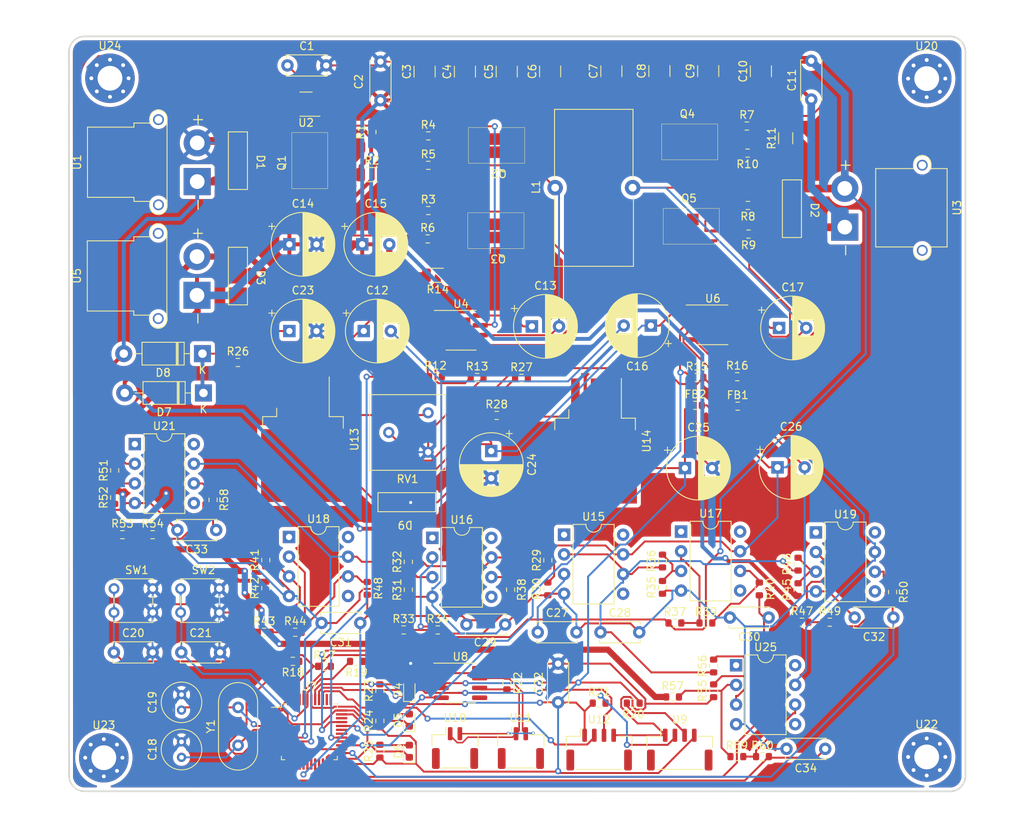
<source format=kicad_pcb>
(kicad_pcb (version 20211014) (generator pcbnew)
  (layers (0 "F.Cu" signal) (31 "B.Cu" signal) (34 "B.Paste" user) (35 "F.Paste" user) (36 "B.SilkS" user "B.Silkscreen") (37 "F.SilkS" user "F.Silkscreen") (38 "B.Mask" user) (39 "F.Mask" user) (44 "Edge.Cuts" user))
  (net 0 "")
  (net 1 "Net-(C1-Pad1)")
  (net 2 "GNDD")
  (net 3 "/Vout+")
  (net 4 "/Vcap+")
  (net 5 "/Vcap-")
  (net 6 "/Vbat+")
  (net 7 "/PWM_HS_1")
  (net 8 "/PWM_HS_2")
  (net 9 "Net-(Q1-Pad2)")
  (net 10 "/Vin+")
  (net 11 "Net-(Q2-Pad2)")
  (net 12 "Net-(Q3-Pad2)")
  (net 13 "Net-(Q4-Pad2)")
  (net 14 "Net-(Q5-Pad2)")
  (net 15 "/PWM_HO_1")
  (net 16 "/PWM_LO_2")
  (net 17 "/PWM_HO_2")
  (net 18 "12V")
  (net 19 "GNDA")
  (net 20 "Net-(C13-Pad1)")
  (net 21 "/Vchassis-")
  (net 22 "Net-(C17-Pad1)")
  (net 23 "Net-(C18-Pad1)")
  (net 24 "Net-(C19-Pad1)")
  (net 25 "/RESET")
  (net 26 "/KEY")
  (net 27 "3.3V")
  (net 28 "/RED_LED")
  (net 29 "Net-(D4-Pad2)")
  (net 30 "/BLUE_LED")
  (net 31 "Net-(D5-Pad2)")
  (net 32 "Net-(D6-Pad2)")
  (net 33 "/HRTIM_CHA1")
  (net 34 "Net-(R13-Pad1)")
  (net 35 "/HRTIM_CHD1")
  (net 36 "Net-(R16-Pad1)")
  (net 37 "Net-(R17-Pad2)")
  (net 38 "Net-(R20-Pad2)")
  (net 39 "Net-(R21-Pad2)")
  (net 40 "/CAN+")
  (net 41 "/CAN-")
  (net 45 "3.3VA")
  (net 49 "/V_BAT_DECT")
  (net 50 "/V_CHASSIS_DETC")
  (net 54 "/V_CAP_DECT")
  (net 56 "/I_CAP_DECT")
  (net 59 "/I_BAT_DECT")
  (net 60 "/I_CHASSIS_DECT")
  (net 61 "/HRTIM_CHD2")
  (net 62 "/HRTIM_CHA2")
  (net 64 "/CAN_RX")
  (net 65 "/CAN_TX")
  (net 66 "/SWDIO")
  (net 67 "/SWCLK")
  (net 69 "/USART2_TX")
  (net 70 "/USART2_RX")
  (net 75 "/12V_VI")
  (net 76 "Net-(C27-Pad1)")
  (net 77 "1.65VA")
  (net 78 "/V_CHASSIS_DECT")
  (net 79 "Net-(D7-Pad1)")
  (net 80 "Net-(R27-Pad2)")
  (net 81 "/3.3V_VI")
  (net 82 "Net-(R29-Pad2)")
  (net 83 "Net-(R31-Pad2)")
  (net 84 "Net-(R33-Pad2)")
  (net 85 "Net-(R34-Pad2)")
  (net 86 "Net-(R35-Pad2)")
  (net 87 "Net-(R37-Pad2)")
  (net 88 "Net-(R39-Pad2)")
  (net 89 "Net-(R41-Pad2)")
  (net 90 "Net-(R43-Pad2)")
  (net 91 "Net-(R44-Pad2)")
  (net 92 "Net-(R45-Pad2)")
  (net 93 "Net-(R47-Pad2)")
  (net 94 "/PWM_LO_1")
  (net 95 "Net-(R51-Pad2)")
  (net 96 "Net-(R53-Pad2)")
  (net 97 "Net-(R54-Pad2)")
  (net 98 "Net-(R55-Pad2)")
  (net 99 "Net-(R57-Pad2)")
  (net 100 "Net-(R59-Pad2)")
  (net 101 "Net-(RV1-Pad1)")
  (net 117 "unconnected-(U20-Pad1)")
  (net 121 "unconnected-(U22-Pad1)")
  (net 122 "unconnected-(U23-Pad1)")
  (net 123 "unconnected-(U24-Pad1)")
  (net 127 "Net-(R49-Pad2)")
  (footprint "Connector_AMASS:AMASS_XT30PW-F_1x02_P2.50mm_Horizontal" (layer "F.Cu") (at 64.85 45.6 90)
    (fp_text reference "U1")
    (fp_text value "XT30PW_F")
  )
  (footprint "Resistor_SMD:R_0603_1608Metric" (layer "F.Cu") (at 136 52.38 180)
    (fp_text reference "R9")
    (fp_text value "56")
  )
  (footprint "Resistor_SMD:R_1206_3216Metric" (layer "F.Cu") (at 140.8 40 90)
    (fp_text reference "R11")
    (fp_text value "5m")
  )
  (footprint "Resistor_SMD:R_0603_1608Metric" (layer "F.Cu") (at 142.9 102.5)
    (fp_text reference "R47")
    (fp_text value "1K")
  )
  (footprint "Resistor_SMD:R_0603_1608Metric" (layer "F.Cu") (at 116.725 112.95)
    (fp_text reference "R21")
    (fp_text value "4.7K")
  )
  (footprint "Resistor_SMD:R_0603_1608Metric" (layer "F.Cu") (at 103.5 75.8)
    (fp_text reference "R28")
    (fp_text value "56")
  )
  (footprint "Package_DIP:DIP-8_W7.62mm" (layer "F.Cu") (at 76.7 91.5)
    (fp_text reference "U18")
    (fp_text value "TLV2371P")
  )
  (footprint "Resistor_SMD:R_0603_1608Metric" (layer "F.Cu") (at 94.6 53)
    (fp_text reference "R6")
    (fp_text value "15K")
  )
  (footprint "Resistor_SMD:R_0603_1608Metric" (layer "F.Cu") (at 92.1 94.7 90)
    (fp_text reference "R32")
    (fp_text value "15K")
  )
  (footprint "Resistor_SMD:R_0603_1608Metric" (layer "F.Cu") (at 106.7 71)
    (fp_text reference "R27")
    (fp_text value "121")
  )
  (footprint "Resistor_SMD:R_0603_1608Metric" (layer "F.Cu") (at 126.5 102.6)
    (fp_text reference "R37")
    (fp_text value "1K")
  )
  (footprint "Package_SON:Infineon_PG-TDSON-8" (layer "F.Cu") (at 76.4125 43.1875 90)
    (fp_text reference "Q1")
    (fp_text value "BSC070N10NS5")
  )
  (footprint "Capacitor_THT:C_Disc_D5.0mm_W2.5mm_P5.00mm" (layer "F.Cu") (at 144.1 35 90)
    (fp_text reference "C11")
    (fp_text value "100nF")
  )
  (footprint "Potentiometer_THT:Potentiometer_Bourns_3386F_Vertical" (layer "F.Cu") (at 94.655 75.46 180)
    (fp_text reference "RV1")
    (fp_text value "5K")
  )
  (footprint "Resistor_SMD:R_0603_1608Metric" (layer "F.Cu") (at 105.3 98.3 -90)
    (fp_text reference "R38")
    (fp_text value "1K")
  )
  (footprint "Resistor_SMD:R_0603_1608Metric" (layer "F.Cu") (at 73.5 103.8)
    (fp_text reference "R43")
    (fp_text value "15K")
  )
  (footprint "Resistor_SMD:R_0603_1608Metric" (layer "F.Cu") (at 54.2 82.9 90)
    (fp_text reference "R51")
    (fp_text value "1K")
  )
  (footprint "Resistor_SMD:R_0603_1608Metric" (layer "F.Cu") (at 73.7 98.1 90)
    (fp_text reference "R42")
    (fp_text value "15K")
  )
  (footprint "Resistor_SMD:R_0603_1608Metric" (layer "F.Cu") (at 110.1 98.2 90)
    (fp_text reference "R30")
    (fp_text value "10K")
  )
  (footprint "Resistor_SMD:R_1206_3216Metric" (layer "F.Cu") (at 87.4 44.7)
    (fp_text reference "R2")
    (fp_text value "5m")
  )
  (footprint "Diode_SMD:D_DO_214AA" (layer "F.Cu") (at 72.5394 58 -90)
    (fp_text reference "D3")
    (fp_text value "SMBJ24A")
  )
  (footprint "Package_SO:SOIC-8_3.9x4.9mm_P1.27mm" (layer "F.Cu") (at 98.825 110.35)
    (fp_text reference "U8")
    (fp_text value "SN65HVD232")
  )
  (footprint "Capacitor_SMD:C_1210_3225Metric" (layer "F.Cu") (at 104.8 31.4 90)
    (fp_text reference "C5")
    (fp_text value "100uF")
  )
  (footprint "LED_SMD:LED_0603_1608Metric" (layer "F.Cu") (at 92.225 111.25 90)
    (fp_text reference "D4")
    (fp_text value "LED")
  )
  (footprint "Capacitor_THT:C_Disc_D5.0mm_W2.5mm_P5.00mm" (layer "F.Cu") (at 145.9 118.855 180)
    (fp_text reference "C34")
    (fp_text value "100nF")
  )
  (footprint "Resistor_SMD:R_0603_1608Metric" (layer "F.Cu") (at 59.1 91.2)
    (fp_text reference "R54")
    (fp_text value "1K")
  )
  (footprint "Capacitor_SMD:C_1210_3225Metric" (layer "F.Cu") (at 130.8 31.325 90)
    (fp_text reference "C9")
    (fp_text value "100uF")
  )
  (footprint "Resistor_SMD:R_0603_1608Metric" (layer "F.Cu") (at 94.675 49.345)
    (fp_text reference "R3")
    (fp_text value "56")
  )
  (footprint "Package_DIP:DIP-8_W7.62mm" (layer "F.Cu") (at 56.8 79.5)
    (fp_text reference "U21")
    (fp_text value "TLV2371P")
  )
  (footprint "Package_DIP:DIP-8_W7.62mm" (layer "F.Cu") (at 112.2 91.2)
    (fp_text reference "U15")
    (fp_text value "TLV2371P")
  )
  (footprint "MountingHole:MountingHole_3.2mm_M3_Pad_Via" (layer "F.Cu") (at 53.594 32.258)
    (fp_text reference "U24")
    (fp_text value "Mount")
  )
  (footprint "Resistor_SMD:R_0603_1608Metric" (layer "F.Cu") (at 70.104 68.961)
    (fp_text reference "R26")
    (fp_text value "56")
  )
  (footprint "Package_SO:SOIC-8-1EP_3.9x4.9mm_P1.27mm_EP2.41x3.3mm" (layer "F.Cu") (at 98.9 64.8)
    (fp_text reference "U4")
    (fp_text value "UCC27211")
  )
  (footprint "Diode_THT:D_DO-41_SOD81_P10.16mm_Horizontal" (layer "F.Cu") (at 65.532 67.818 180)
    (fp_text reference "D8")
    (fp_text value "1N5817")
  )
  (footprint "Capacitor_THT:C_Disc_D5.0mm_W2.5mm_P5.00mm" (layer "F.Cu") (at 62.8 106.4)
    (fp_text reference "C21")
    (fp_text value "100nF")
  )
  (footprint "Resistor_SMD:R_0603_1608Metric" (layer "F.Cu") (at 124.9 98 90)
    (fp_text reference "R35")
    (fp_text value "1K")
  )
  (footprint "Capacitor_SMD:C_1210_3225Metric" (layer "F.Cu") (at 118.3 31.35 90)
    (fp_text reference "C7")
    (fp_text value "100uF")
  )
  (footprint "Capacitor_THT:CP_Radial_D8.0mm_P3.50mm" (layer "F.Cu") (at 76.7473 64.9)
    (fp_text reference "C23")
    (fp_text value "10uF")
  )
  (footprint "Capacitor_THT:CP_Radial_D8.0mm_P3.50mm" (layer "F.Cu") (at 76.7473 53.7)
    (fp_text reference "C14")
    (fp_text value "10uF")
  )
  (footprint "Package_SON:Infineon_PG-TDSON-8" (layer "F.Cu") (at 128.1125 37.5125)
    (fp_text reference "Q4")
    (fp_text value "BSC070N10NS5")
  )
  (footprint "Capacitor_THT:C_Disc_D5.0mm_W2.5mm_P5.00mm" (layer "F.Cu") (at 116.9 103.8)
    (fp_text reference "C28")
    (fp_text value "100nF")
  )
  (footprint "Diode_SMD:D_DO_214AA" (layer "F.Cu") (at 91.7 89.4394 180)
    (fp_text reference "D9")
    (fp_text value "SMBJ12A")
  )
  (footprint "Resistor_SMD:R_0603_1608Metric" (layer "F.Cu") (at 91.5 103.5)
    (fp_text reference "R33")
    (fp_text value "15K")
  )
  (footprint "Resistor_SMD:R_0603_1608Metric" (layer "F.Cu") (at 55.2 91.2)
    (fp_text reference "R53")
    (fp_text value "15K")
  )
  (footprint "Connector_JST:JST_GH_SM02B-GHS-TB_1x02-1MP_P1.25mm_Horizontal" (layer "F.Cu") (at 106.625 118.75)
    (fp_text reference "U11")
    (fp_text value "GH1.25_2Pin")
  )
  (footprint "Capacitor_THT:CP_Radial_D8.0mm_P3.50mm" (layer "F.Cu") (at 123.4 64.2 180)
    (fp_text reference "C16")
    (fp_text value "4.7uF")
  )
  (footprint "Capacitor_THT:CP_Radial_D8.0mm_P3.50mm" (layer "F.Cu") (at 86.1473 53.7)
    (fp_text reference "C15")
    (fp_text value "10uF")
  )
  (footprint "Capacitor_THT:C_Disc_D5.0mm_W2.5mm_P5.00mm" (layer "F.Cu") (at 54.1 106.4)
    (fp_text reference "C20")
    (fp_text value "100nF")
  )
  (footprint "Resistor_SMD:R_0603_1608Metric" (layer "F.Cu") (at 94.675 39.7)
    (fp_text reference "R4")
    (fp_text value "56")
  )
  (footprint "Capacitor_THT:C_Disc_D5.0mm_W2.5mm_P5.00mm" (layer "F.Cu") (at 67.3 90.6 180)
    (fp_text reference "C33")
    (fp_text value "100nF")
  )
  (footprint "LED_SMD:LED_0603_1608Metric" (layer "F.Cu") (at 92.225 115.15 90)
    (fp_text reference "D5")
    (fp_text value "LED")
  )
  (footprint "Capacitor_THT:C_Disc_D5.0mm_W2.5mm_P5.00mm" (layer "F.Cu") (at 88.5 35.1 90)
    (fp_text reference "C2")
    (fp_text value "100nF")
  )
  (footprint "Resistor_SMD:R_0603_1608Metric" (layer "F.Cu") (at 134.6 74.6)
    (fp_text reference "FB1")
    (fp_text value "FerriteBead")
  )
  (footprint "Connector_AMASS:AMASS_XT30PW-F_1x02_P2.50mm_Horizontal" (layer "F.Cu") (at 64.824 60.285 90)
    (fp_text reference "U5")
    (fp_text value "XT30PW_F")
  )
  (footprint "Resistor_SMD:R_0603_1608Metric" (layer "F.Cu") (at 129.15 74.5)
    (fp_text reference "FB2")
    (fp_text value "FerriteBead")
  )
  (footprint "Resistor_SMD:R_0603_1608Metric" (layer "F.Cu") (at 104.825 110.35 -90)
    (fp_text reference "R22")
    (fp_text value "120")
  )
  (footprint "Capacitor_THT:C_Radial_D5.0mm_H5.0mm_P2.00mm" (layer "F.Cu") (at 62.825 113.85 90)
    (fp_text reference "C19")
    (fp_text value "22pF")
  )
  (footprint "Capacitor_THT:CP_Radial_D8.0mm_P3.50mm" (layer "F.Cu") (at 139.9473 64.5)
    (fp_text reference "C17")
    (fp_text value "0.1uF")
  )
  (footprint "Package_SO:SOIC-8-1EP_3.9x4.9mm_P1.27mm_EP2.41x3.3mm" (layer "F.Cu") (at 131.4 64.1)
    (fp_text reference "U6")
    (fp_text value "UCC27211")
  )
  (footprint "MountingHole:MountingHole_3.2mm_M3_Pad_Via" (layer "F.Cu") (at 159 119.9)
    (fp_text reference "U22")
    (fp_text value "Mount")
  )
  (footprint "Capacitor_SMD:C_1210_3225Metric" (layer "F.Cu") (at 94.2 31.4 90)
    (fp_text reference "C3")
    (fp_text value "100uF")
  )
  (footprint "Resistor_SMD:R_0603_1608Metric" (layer "F.Cu") (at 85.4 107.555 180)
    (fp_text reference "R19")
    (fp_text value "10K")
  )
  (footprint "Package_QFP:LQFP-48_7x7mm_P0.5mm" (layer "F.Cu") (at 79.325 116.65)
    (fp_text reference "U7")
    (fp_text value "STM32F334C8Tx")
  )
  (footprint "Capacitor_THT:C_Disc_D5.0mm_W2.5mm_P5.00mm" (layer "F.Cu") (at 99.6 102.8)
    (fp_text reference "C29")
    (fp_text value "100nF")
  )
  (footprint "Crystal:Crystal_HC18-U_Vertical" (layer "F.Cu") (at 70.125 118.4 90)
    (fp_text reference "Y1")
    (fp_text value "8MHz")
  )
  (footprint "Diode_SMD:D_DO_214AA" (layer "F.Cu") (at 144.0394 49.3 -90)
    (fp_text reference "D2")
    (fp_text value "SMBJ24A")
  )
  (footprint "Resistor_SMD:R_0603_1608Metric" (layer "F.Cu") (at 134.5 119.855)
    (fp_text reference "R59")
    (fp_text value "15K")
  )
  (footprint "Package_DIP:DIP-8_W7.62mm" (layer "F.Cu") (at 134.4 108.055)
    (fp_text reference "U25")
    (fp_text value "TLV2371P")
  )
  (footprint "Diode_SMD:D_DO_214AA" (layer "F.Cu") (at 72.5394 43.1 -90)
    (fp_text reference "D1")
    (fp_text value "SMBJ24A")
  )
  (footprint "Package_TO_SOT_SMD:TO-263-3_TabPin2" (layer "F.Cu") (at 116.2 79.1 -90)
    (fp_text reference "U14")
    (fp_text value "LM1085-3.3")
  )
  (footprint "Resistor_SMD:R_0603_1608Metric" (layer "F.Cu") (at 81.275 108.2)
    (fp_text reference "R17")
    (fp_text value "10K")
  )
  (footprint "Capacitor_SMD:C_1210_3225Metric" (layer "F.Cu") (at 110.4 31.375 90)
    (fp_text reference "C6")
    (fp_text value "100uF")
  )
  (footprint "Resistor_SMD:R_0603_1608Metric" (layer "F.Cu") (at 94.675 43.5)
    (fp_text reference "R5")
    (fp_text value "15K")
  )
  (footprint "Capacitor_THT:CP_Radial_D8.0mm_P3.50mm" (layer "F.Cu") (at 102.8 80.4 -90)
    (fp_text reference "C24")
    (fp_text value "10uF")
  )
  (footprint "Resistor_SMD:R_0603_1608Metric" (layer "F.Cu") (at 86.8 98.125 -90)
    (fp_text reference "R48")
    (fp_text value "1K")
  )
  (footprint "Resistor_SMD:R_0603_1608Metric" (layer "F.Cu") (at 95.6 70.8)
    (fp_text reference "R12")
    (fp_text value "10K")
  )
  (footprint "Capacitor_SMD:C_1210_3225Metric" (layer "F.Cu") (at 137.6 31.35 90)
    (fp_text reference "C10")
    (fp_text value "100uF")
  )
  (footprint "Resistor_SMD:R_0603_1608Metric" (layer "F.Cu") (at 88.425 119.15 90)
    (fp_text reference "R25")
    (fp_text value "1K")
  )
  (footprint "Capacitor_THT:CP_Radial_D8.0mm_P3.50mm" (layer "F.Cu") (at 139.7473 82.5)
    (fp_text reference "C26")
    (fp_text value "10uF")
  )
  (footprint "Package_DIP:DIP-8_W7.62mm" (layer "F.Cu") (at 95.2 91.6)
    (fp_text reference "U16")
    (fp_text value "TLV2371P")
  )
  (footprint "Resistor_SMD:R_0603_1608Metric" (layer "F.Cu") (at 88.425 111.35 90)
    (fp_text reference "R23")
    (fp_text value "1K")
  )
  (footprint "Resistor_SMD:R_0603_1608Metric" (layer "F.Cu") (at 135.7875 38.425)
    (fp_text reference "R7")
    (fp_text value "15K")
  )
  (footprint "Resistor_SMD:R_1206_3216Metric" (layer "F.Cu") (at 95.9 57.7 180)
    (fp_text reference "R14")
    (fp_text value "5m")
  )
  (footprint "Resistor_SMD:R_0603_1608Metric" (layer "F.Cu") (at 100.975 70.9)
    (fp_text reference "R13")
    (fp_text value "10K")
  )
  (footprint "Resistor_SMD:R_0603_1608Metric" (layer "F.Cu") (at 54.2 86.4 90)
    (fp_text reference "R52")
    (fp_text value "15K")
  )
  (footprint "Resistor_SMD:R_0603_1608Metric" (layer "F.Cu") (at 135.925 48.68 180)
    (fp_text reference "R8")
    (fp_text value "15K")
  )
  (footprint "Resistor_SMD:R_0603_1608Metric" (layer "F.Cu") (at 131.5 111.355 90)
    (fp_text reference "R55")
    (fp_text value "1K")
  )
  (footprint "Resistor_SMD:R_0603_1608Metric" (layer "F.Cu") (at 137.8 119.855)
    (fp_text reference "R60")
    (fp_text value "1K")
  )
  (footprint "Resistor_SMD:R_0603_1608Metric" (layer "F.Cu") (at 121.125 112.95 180)
    (fp_text reference "R20")
    (fp_text value "4.7K")
  )
  (footprint "Resistor_SMD:R_0603_1608Metric" (layer "F.Cu") (at 142.4 95 90)
    (fp_text reference "R46")
    (fp_text value "15K")
  )
  (footprint "Capacitor_SMD:C_1210_3225Metric" (layer "F.Cu") (at 99.4 31.4 90)
    (fp_text reference "C4")
    (fp_text value "100uF")
  )
  (footprint "Resistor_SMD:R_0603_1608Metric" (layer "F.Cu") (at 154.6 98.6 -90)
    (fp_text reference "R50")
    (fp_text value "1K")
  )
  (footprint "Resistor_SMD:R_0603_1608Metric" (layer "F.Cu") (at 130.5 102.6)
    (fp_text reference "R39")
    (fp_text value "15K")
  )
  (footprint "Resistor_SMD:R_0603_1608Metric" (layer "F.Cu") (at 134.55 70.8)
    (fp_text reference "R16")
    (fp_text value "10K")
  )
  (footprint "Resistor_SMD:R_0603_1608Metric" (layer "F.Cu") (at 77.2 107.555 180)
    (fp_text reference "R18")
    (fp_text value "10K")
  )
  (footprint "Capacitor_THT:CP_Radial_D8.0mm_P3.50mm" (layer "F.Cu") (at 108.0473 64.3)
    (fp_text reference "C13")
    (fp_text value "0.1uF")
  )
  (footprint "Resistor_SMD:R_0603_1608Metric" (layer "F.Cu") (at 129.35 70.9)
    (fp_text reference "R15")
    (fp_text value "10K")
  )
  (footprint "Button_Switch_THT:SW_Push_Button_4Pin_4.5x4.5x3.8mm" (layer "F.Cu") (at 56.66 96.32)
    (fp_text reference "SW1")
    (fp_text value "SW_Push")
  )
  (footprint "Capacitor_THT:CP_Radial_D8.0mm_P3.50mm" (layer "F.Cu") (at 86.3473 64.9)
    (fp_text reference "C12")
    (fp_text value "4.7uF")
  )
  (footprint "Capacitor_THT:C_Disc_D5.0mm_W2.5mm_P5.00mm" (layer "F.Cu") (at 111.425 112.85 90)
    (fp_text reference "C22")
    (fp_text value "100nF")
  )
  (footprint "Resistor_SMD:R_0603_1608Metric" (layer "F.Cu") (at 77.5 103.8)
    (fp_text reference "R44")
    (fp_text value "1K")
  )
  (footprint "Capacitor_THT:C_Disc_D5.0mm_W2.5mm_P5.00mm" (layer "F.Cu") (at 76.5 30.6)
    (fp_text reference "C1")
    (fp_text value "100nF")
  )
  (footprint "Connector_AMASS:AMASS_XT30PW-M_1x02_P2.50mm_Horizontal" (layer "F.Cu") (at 148.425 51.482 -90)
    (fp_text reference "U3")
    (fp_text value "XT30PW_M")
  )
  (footprint "Resistor_SMD:R_0603_1608Metric" (layer "F.Cu") (at 137.4 98.2 -90)
    (fp_text reference "R40")
    (fp_text value "1K")
  )
  (footprint "Connector_JST:JST_GH_SM02B-GHS-TB_1x02-1MP_P1.25mm_Horizontal" (layer "F.Cu") (at 98.125 118.75)
    (fp_text reference "U10")
    (fp_text value "GH1.25_2Pin")
  )
  (footprint "Resistor_SMD:R_0603_1608Metric" (layer "F.Cu") (at 135.8875 41.925 180)
    (fp_text reference "R10")
    (fp_text value "56")
  )
  (footprint "Package_TO_SOT_SMD:TSOT-23-6" (layer "F.Cu") (at 78.9 35.6 180)
    (fp_text reference "U2")
    (fp_text value "LM5050-1")
  )
  (footprint "Button_Switch_THT:SW_Push_Button_4Pin_4.5x4.5x3.8mm" (layer "F.Cu") (at 65.26 96.32)
    (fp_text reference "SW2")
    (fp_text value "SW_Push")
  )
  (footprint "Capacitor_THT:C_Disc_D5.0mm_W2.5mm_P5.00mm" (layer "F.Cu") (at 85.9 102.6 180)
    (fp_text reference "C31")
    (fp_text value "100nF")
  )
  (footprint "Diode_THT:D_DO-41_SOD81_P10.16mm_Horizontal" (layer "F.Cu") (at 65.659 72.898 180)
    (fp_text reference "D7")
    (fp_text value "1N5817")
  )
  (footprint "Capacitor_THT:C_Disc_D5.0mm_W2.5mm_P5.00mm" (layer "F.Cu") (at 138.6 101.9 180)
    (fp_text reference "C30")
    (fp_text value "100nF")
  )
  (footprint "Package_DIP:DIP-8_W7.62mm" (layer "F.Cu") (at 144.7 90.9)
    (fp_text reference "U19")
    (fp_text value "TLV2371P")
  )
  (footprint "Resistor_SMD:R_0603_1608Metric" (layer "F.Cu") (at 92.1 98.3 90)
    (fp_text reference "R31")
    (fp_text value "1K")
  )
  (footprint "Package_SON:Infineon_PG-TDSON-8" (layer "F.Cu") (at 103.7875 43.8875 180)
    (fp_text reference "Q2")
    (fp_text value "BSC070N10NS5")
  )
  (footprint "Capacitor_SMD:C_1210_3225Metric" (layer "F.Cu") (at 124.5 31.325 90)
    (fp_text reference "C8")
    (fp_text value "100uF")
  )
  (footprint "Package_SON:Infineon_PG-TDSON-8" (layer "F.Cu") (at 103.7 54.9 180)
    (fp_text reference "Q3")
    (fp_text value "BSC070N10NS5")
  )
  (footprint "Capacitor_THT:C_Disc_D5.0mm_W2.5mm_P5.00mm" (layer "F.Cu") (at 108.8 103.8)
    (fp_text reference "C27")
    (fp_text value "100nF")
  )
  (footprint "Package_TO_SOT_SMD:TO-263-3_TabPin2" (layer "F.Cu") (at 78.5 78.9 -90)
    (fp_text reference "U13")
    (fp_text value "LM1085-ADJ")
  )
  (footprint "Resistor_SMD:R_0603_1608Metric" (layer "F.Cu") (at 146.5 102.5)
    (fp_text reference "R49")
    (fp_text value "15K")
  )
  (footprint "Resistor_SMD:R_0603_1608Metric" (layer "F.Cu") (at 142.4 98.3 90)
    (fp_text reference "R45")
    (fp_text value "1K")
  )
  (footprint "Resistor_SMD:R_0603_1608Metric" (layer "F.Cu") (at 88.425 115.25 90)
    (fp_text reference "R24")
    (fp_text value "1K")
  )
  (footprint "Package_SON:Infineon_PG-TDSON-8" (layer "F.Cu") (at 128.3125 48.4125)
    (fp_text reference "Q5")
    (fp_text value "BSC070N10NS5")
  )
  (footprint "Inductor_THT:L_Toroid_Vertical_L10.0mm_W20.0mm" (layer "F.Cu") (at 109.075 46.3125 90)
    (fp_text reference "L1")
    (fp_text value "22uH")
  )
  (footprint "Capacitor_THT:C_Disc_D5.0mm_W2.5mm_P5.00mm" (layer "F.Cu") (at 154.7 101.9 180)
    (fp_text reference "C32")
    (fp_text value "100nF")
  )
  (footprint "Capacitor_THT:CP_Radial_D8.0mm_P3.50mm" (layer "F.Cu") (at 127.8 82.6)
    (fp_text reference "C25")
    (fp_text value "10uF")
  )
  (footprint "Resistor_SMD:R_0603_1608Metric" (layer "F.Cu") (at 131.5 108.155 90)
    (fp_text reference "R56")
    (fp_text value "15K")
  )
  (footprint "LED_SMD:LED_0603_1608Metric" (layer "F.Cu") (at 92.225 119.1625 90)
    (fp_text reference "D6")
    (fp_text value "LED")
  )
  (footprint "Connector_JST:JST_GH_SM04B-GHS-TB_1x04-1MP_P1.25mm_Horizontal" (layer "F.Cu") (at 127.125 118.95)
    (fp_text reference "U9")
    (fp_text value "GH1.25_4Pin")
  )
  (footprint "Resistor_SMD:R_0603_1608Metric" (layer "F.Cu") (at 66.9 86.7 -90)
    (fp_text reference "R58")
    (fp_text value "1K")
  )
  (footprint "MountingHole:MountingHole_3.2mm_M3_Pad_Via" (layer "F.Cu") (at 52.8 120)
    (fp_text reference "U23")
    (fp_text value "Mount")
  )
  (footprint "Resistor_SMD:R_0603_1608Metric" (layer "F.Cu") (at 73.7 94.475 90)
    (fp_text reference "R41")
    (fp_text value "1K")
  )
  (footprint "Resistor_SMD:R_0603_1608Metric" (layer "F.Cu") (at 124.9 94.6 90)
    (fp_text reference "R36")
    (fp_text value "15K")
  )
  (footprint "MountingHole:MountingHole_3.2mm_M3_Pad_Via" (layer "F.Cu") (at 159 32.3)
    (fp_text reference "U20")
    (fp_text value "Mount")
  )
  (footprint "Resistor_SMD:R_0603_1608Metric" (layer "F.Cu") (at 95.9 103.5)
    (fp_text reference "R34")
    (fp_text value "1K")
  )
  (footprint "Connector_JST:JST_GH_SM04B-GHS-TB_1x04-1MP_P1.25mm_Horizontal" (layer "F.Cu") (at 116.725 118.95)
    (fp_text reference "U12")
    (fp_text value "GH1.25_4Pin")
  )
  (footprint "Resistor_SMD:R_0603_1608Metric" (layer "F.Cu") (at 110.1 94.5 90)
    (fp_text reference "R29")
    (fp_text value "10K")
  )
  (footprint "Resistor_SMD:R_0603_1608Metric" (layer "F.Cu") (at 126.2 112.155)
    (fp_text reference "R57")
    (fp_text value "1K")
  )
  (footprint "Resistor_SMD:R_0603_1608Metric" (layer "F.Cu") (at 87.4 39.2 90)
    (fp_text reference "R1")
    (fp_text value "100")
  )
  (footprint "Package_DIP:DIP-8_W7.62mm" (layer "F.Cu") (at 127.3 90.8)
    (fp_text reference "U17")
    (fp_text value "TLV2371P")
  )
  (footprint "Capacitor_THT:C_Radial_D5.0mm_H5.0mm_P2.00mm" (layer "F.Cu") (at 62.825 119.95 90)
    (fp_text reference "C18")
    (fp_text value "22pF")
  )
  (gr_arc (start 48.3 28.85) (mid 48.885786 27.435786) (end 50.3 26.85) (layer "Edge.Cuts") (width 0.2))
  (gr_arc (start 162 26.85) (mid 163.414214 27.435786) (end 164 28.85) (layer "Edge.Cuts") (width 0.2))
  (gr_line (start 48.3 28.85) (end 48.314214 122.335786) (layer "Edge.Cuts") (width 0.2))
  (gr_arc (start 50.314214 124.335786) (mid 48.9 123.75) (end 48.314214 122.335786) (layer "Edge.Cuts") (width 0.2))
  (gr_line (start 50.314214 124.335786) (end 162 124.35) (layer "Edge.Cuts") (width 0.2))
  (gr_line (start 164 28.85) (end 164 122.35) (layer "Edge.Cuts") (width 0.2))
  (gr_arc (start 164 122.35) (mid 163.414214 123.764214) (end 162 124.35) (layer "Edge.Cuts") (width 0.2))
  (gr_line (start 50.3 26.85) (end 162 26.85) (layer "Edge.Cuts") (width 0.2))
  (segment (start 78.9364 35.8374) (end 79.649 36.55) (width 0.25) (layer "F.Cu") (net 1))
  (segment (start 78.9364 33.0364) (end 78.9364 35.8374) (width 0.25) (layer "F.Cu") (net 1))
  (segment (start 76.5 30.6) (end 78.9364 33.0364) (width 0.25) (layer "F.Cu") (net 1))
  (segment (start 82.143 36.55) (end 83.968 38.375) (width 0.25) (layer "F.Cu") (net 1))
  (segment (start 79.649 36.55) (end 80.0375 36.55) (width 0.25) (layer "F.Cu") (net 1))
  (segment (start 83.968 38.375) (end 87.4 38.375) (width 0.25) (layer "F.Cu") (net 1))
  (segment (start 80.0375 36.55) (end 82.143 36.55) (width 0.25) (layer "F.Cu") (net 1))
  (segment (start 126.0765 70.6999) (end 127.118 71.7414) (width 0.25) (layer "F.Cu") (net 2))
  (segment (start 86.817 116.2943) (end 84.9227 114.4) (width 0.25) (layer "F.Cu") (net 2))
  (segment (start 79.8973 108.2061) (end 80.4439 108.2061) (width 0.25) (layer "F.Cu") (net 2))
  (segment (start 103.0039 69.6961) (end 101.8 70.9) (width 0.25) (layer "F.Cu") (net 2))
  (segment (start 142.475 31.35) (end 111.85 31.35) (width 0.25) (layer "F.Cu") (net 2))
  (segment (start 75.3593 106.7477) (end 78.4389 106.7477) (width 0.25) (layer "F.Cu") (net 2))
  (segment (start 139.192 39.8545) (end 139.192 39.878) (width 0.25) (layer "F.Cu") (net 2))
  (segment (start 87.2434 118.3844) (end 85.4899 120.1379) (width 0.25) (layer "F.Cu") (net 2))
  (segment (start 123.7259 115.5758) (end 123.7259 115.5759) (width 0.25) (layer "F.Cu") (net 2))
  (segment (start 96.985 109.08) (end 96.35 109.715) (width 0.25) (layer "F.Cu") (net 2))
  (segment (start 122.6864 113.5086) (end 122.4087 113.7863) (width 0.25) (layer "F.Cu") (net 2))
  (segment (start 134.574 71.601) (end 135.375 70.8) (width 0.25) (layer "F.Cu") (net 2))
  (segment (start 136.3046 41.1) (end 135.8875 41.5171) (width 0.25) (layer "F.Cu") (net 2))
  (segment (start 145.669 34.544) (end 142.475 31.35) (width 0.25) (layer "F.Cu") (net 2))
  (segment (start 86.817 117.958) (end 86.817 116.2943) (width 0.25) (layer "F.Cu") (net 2))
  (segment (start 121.6861 115.5758) (end 123.7259 115.5758) (width 0.25) (layer "F.Cu") (net 2))
  (segment (start 102.0998 52.2352) (end 101.1996 51.335) (width 0.25) (layer "F.Cu") (net 2))
  (segment (start 117.7362 69.6961) (end 103.0039 69.6961) (width 0.25) (layer "F.Cu") (net 2))
  (segment (start 132.247 69.327) (end 133.902 69.327) (width 0.25) (layer "F.Cu") (net 2))
  (segment (start 97.1421 67.4221) (end 96.425 66.705) (width 0.25) (layer "F.Cu") (net 2))
  (segment (start 111.85 31.35) (end 110.4 29.9) (width 0.25) (layer "F.Cu") (net 2))
  (segment (start 81.381 52.5663) (end 92.0633 52.5663) (width 0.25) (layer "F.Cu") (net 2))
  (segment (start 139.192 38.1092) (end 140.1814 37.1198) (width 0.25) (layer "F.Cu") (net 2))
  (segment (start 130.876 71.601) (end 133.775 71.601) (width 0.25) (layer "F.Cu") (net 2))
  (segment (start 131.0893 50.038) (end 133.742 50.038) (width 0.25) (layer "F.Cu") (net 2))
  (segment (start 92.4005 107.823) (end 93.4695 107.823) (width 0.25) (layer "F.Cu") (net 2))
  (segment (start 129.2066 71.7414) (end 129.2066 80.5066) (width 0.25) (layer "F.Cu") (net 2))
  (segment (start 91.3315 106.754) (end 81.896 106.754) (width 0.25) (layer "F.Cu") (net 2))
  (segment (start 121.4926 113.7863) (end 121.0259 113.3196) (width 0.25) (layer "F.Cu") (net 2))
  (segment (start 118.74 70.6999) (end 126.0765 70.6999) (width 0.25) (layer "F.Cu") (net 2))
  (segment (start 121.0259 113.3196) (end 121.0259 112.4572) (width 0.25) (layer "F.Cu") (net 2))
  (segment (start 133.902 69.327) (end 135.375 70.8) (width 0.25) (layer "F.Cu") (net 2))
  (segment (start 94.45 87.0162) (end 95.8551 87.0162) (width 0.25) (layer "F.Cu") (net 2))
  (segment (start 97.3625 57.7) (end 96.689 57.7) (width 0.25) (layer "F.Cu") (net 2))
  (segment (start 92.6866 51.943) (end 92.0633 52.5663) (width 0.25) (layer "F.Cu") (net 2))
  (segment (start 129.3336 71.7414) (end 130.175 70.9) (width 0.25) (layer "F.Cu") (net 2))
  (segment (start 91.4683 119.1933) (end 88.0523 119.1933) (width 0.25) (layer "F.Cu") (net 2))
  (segment (start 96.689 57.7) (end 92.075 53.086) (width 0.25) (layer "F.Cu") (net 2))
  (segment (start 61.1277 100.1777) (end 66.6477 100.1777) (width 0.25) (layer "F.Cu") (net 2))
  (segment (start 122.4087 113.7863) (end 121.4926 113.7863) (width 0.25) (layer "F.Cu") (net 2))
  (segment (start 92.4005 107.823) (end 91.3315 106.754) (width 0.25) (layer "F.Cu") (net 2))
  (segment (start 70.1162 40.35) (end 65.1 40.35) (width 1) (layer "F.Cu") (net 2))
  (segment (start 59.115 98.165) (end 61.1277 100.1777) (width 0.25) (layer "F.Cu") (net 2))
  (segment (start 144.1092 37.1198) (end 145.669 35.56) (width 0.25) (layer "F.Cu") (net 2))
  (segment (start 93.0449 87.0162) (end 93.0199 87.0412) (width 0.25) (layer "F.Cu") (net 2))
  (segment (start 118.74 70.6999) (end 117.7362 69.6961) (width 0.25) (layer "F.Cu") (net 2))
  (segment (start 84.9227 114.4) (end 83.4875 114.4) (width 0.25) (layer "F.Cu") (net 2))
  (segment (start 80.0375 34.65) (end 80.0375 32.0625) (width 0.25) (layer "F.Cu") (net 2))
  (segment (start 123.7259 115.5759) (end 125.25 117.1) (width 0.25) (layer "F.Cu") (net 2))
  (segment (start 133.775 71.601) (end 133.775 74.6) (width 0.25) (layer "F.Cu") (net 2))
  (segment (start 111.425 107.85) (end 104.5042 107.85) (width 0.25) (layer "F.Cu") (net 2))
  (segment (start 97.3625 57.7) (end 99.0409 57.7) (width 0.25) (layer "F.Cu") (net 2))
  (segment (start 102.0998 54.6411) (end 102.0998 52.2352) (width 0.25) (layer "F.Cu") (net 2))
  (segment (start 119.5741 113.4638) (end 121.6861 115.5758) (width 0.25) (layer "F.Cu") (net 2))
  (segment (start 145.669 35.56) (end 145.669 34.544) (width 0.25) (layer "F.Cu") (net 2))
  (segment (start 70.12 101.245) (end 72.675 103.8) (width 0.25) (layer "F.Cu") (net 2))
  (segment (start 129.2066 80.5066) (end 131.3 82.6) (width 0.25) (layer "F.Cu") (net 2))
  (segment (start 94.368 51.943) (end 92.6866 51.943) (width 0.25) (layer "F.Cu") (net 2))
  (segment (start 128.925 66.005) (end 132.247 69.327) (width 0.25) (layer "F.Cu") (net 2))
  (segment (start 81.8247 119.7037) (end 81.575 119.9534) (width 0.25) (layer "F.Cu") (net 2))
  (segment (start 94.655 78.045) (end 94.655 80.54) (width 0.25) (layer "F.Cu") (net 2))
  (segment (start 80.4439 108.2061) (end 80.45 108.2) (width 0.25) (layer "F.Cu") (net 2))
  (segment (start 140.1814 37.1198) (end 144.1092 37.1198) (width 0.25) (layer "F.Cu") (net 2))
  (segment (start 92.075 52.578) (end 92.0633 52.5663) (width 0.25) (layer "F.Cu") (net 2))
  (segment (start 88.0523 119.1933) (end 87.2434 118.3844) (width 0.25) (layer "F.Cu") (net 2))
  (segment (start 77.075 111.0284) (end 79.8973 108.2061) (width 0.25) (layer "F.Cu") (net 2))
  (segment (start 87.2434 118.3844) (end 86.817 117.958) (width 0.25) (layer "F.Cu") (net 2))
  (segment (start 119.5741 112.4572) (end 119.5741 113.4638) (width 0.25) (layer "F.Cu") (net 2))
  (segment (start 97.1421 70.0829) (end 96.425 70.8) (width 0.25) (layer "F.Cu") (net 2))
  (segment (start 133.775 71.601) (end 134.574 71.601) (width 0.25) (layer "F.Cu") (net 2))
  (segment (start 119.8822 112.1491) (end 119.5741 112.4572) (width 0.25) (layer "F.Cu") (net 2))
  (segment (start 93.0199 87.0412) (end 92.4005 87.0412) (width 0.25) (layer "F.Cu") (net 2))
  (segment (start 100.462 51.335) (end 101.1996 51.335) (width 0.25) (layer "F.Cu") (net 2))
  (segment (start 139.5822 40.2447) (end 139.192 39.8545) (width 0.25) (layer "F.Cu") (net 2))
  (segment (start 94.025 30.1) (end 94.2 29.925) (width 0.25) (layer "F.Cu") (net 2))
  (segment (start 139.192 39.878) (end 137.97 41.1) (width 0.25) (layer "F.Cu") (net 2))
  (segment (start 140.8 41.4625) (end 139.5822 40.2447) (width 0.25) (layer "F.Cu") (net 2))
  (segment (start 122.6864 112.3981) (end 122.6864 113.0228) (width 0.25) (layer "F.Cu") (net 2))
  (segment (start 130.429 51.9775) (end 130.429 50.6983) (width 0.25) (layer "F.Cu") (net 2))
  (segment (start 104.5042 107.85) (end 103.2742 109.08) (width 0.25) (layer "F.Cu") (net 2))
  (segment (start 100.9829 70.0829) (end 97.1421 70.0829) (width 0.25) (layer "F.Cu") (net 2))
  (segment (start 80.0375 32.0625) (end 81.5 30.6) (width 0.25) (layer "F.Cu") (net 2))
  (segment (start 77.075 112.4875) (end 77.075 111.0284) (width 0.25) (layer "F.Cu") (net 2))
  (segment (start 127.118 71.7414) (end 129.2066 71.7414) (width 0.25) (layer "F.Cu") (net 2))
  (segment (start 101.8 70.9) (end 100.9829 70.0829) (width 0.25) (layer "F.Cu") (net 2))
  (segment (start 94.45 87.0162) (end 93.0449 87.0162) (width 0.25) (layer "F.Cu") (net 2))
  (segment (start 118.1383 107.85) (end 122.6864 112.3981) (width 0.25) (layer "F.Cu") (net 2))
  (segment (start 94.2 29.925) (end 99.4 29.925) (width 0.25) (layer "F.Cu") (net 2))
  (segment (start 82.9218 120.1379) (end 82.4876 119.7037) (width 0.25) (layer "F.Cu") (net 2))
  (segment (start 78.4389 106.7477) (end 79.8973 108.2061) (width 0.25) (layer "F.Cu") (net 2))
  (segment (start 131.5505 51.9775) (end 130.429 51.9775) (width 0.25) (layer "F.Cu") (net 2))
  (segment (start 137.97 41.1) (end 136.3046 41.1) (width 0.25) (layer "F.Cu") (net 2))
  (segment (start 99.4 29.925) (end 104.8 29.925) (width 0.25) (layer "F.Cu") (net 2))
  (segment (start 72.675 103.8) (end 72.675 104.0634) (width 0.25) (layer "F.Cu") (net 2))
  (segment (start 133.742 50.038) (end 135.1 48.68) (width 0.25) (layer "F.Cu") (net 2))
  (segment (start 130.175 70.9) (end 130.876 71.601) (width 0.25) (layer "F.Cu") (net 2))
  (segment (start 110.4 29.9) (end 104.825 29.9) (width 0.25) (layer "F.Cu") (net 2))
  (segment (start 82.4876 119.7037) (end 81.8247 119.7037) (width 0.25) (layer "F.Cu") (net 2))
  (segment (start 95.3615 109.715) (end 96.35 109.715) (width 0.25) (layer "F.Cu") (net 2))
  (segment (start 93.4695 107.823) (end 95.3615 109.715) (width 0.25) (layer "F.Cu") (net 2))
  (segment (start 80.2473 53.7) (end 81.381 52.5663) (width 0.25) (layer "F.Cu") (net 2))
  (segment (start 121.0259 112.4572) (end 120.7178 112.1491) (width 0.25) (layer "F.Cu") (net 2))
  (segment (start 130.6572 113.0228) (end 131.5 112.18) (width 0.25) (layer "F.Cu") (net 2))
  (segment (start 135.8875 41.5171) (end 135.8875 47.8925) (width 0.25) (layer "F.Cu") (net 2))
  (segment (start 67.715 101.245) (end 70.12 101.245) (width 0.25) (layer "F.Cu") (net 2))
  (segment (start 88 30.6) (end 88.5 30.1) (width 0.25) (layer "F.Cu") (net 2))
  (segment (start 122.6864 113.0228) (end 130.6572 113.0228) (width 0.25) (layer "F.Cu") (net 2))
  (segment (start 125.25 117.1) (end 118.6 117.1) (width 0.25) (layer "F.Cu") (net 2))
  (segment (start 92.075 53.086) (end 92.075 52.578) (width 0.25) (layer "F.Cu") (net 2))
  (segment (start 66.6477 100.1777) (end 67.715 101.245) (width 0.25) (layer "F.Cu") (net 2))
  (segment (start 118.74 73.325) (end 118.74 70.6999) (width 0.25) (layer "F.Cu") (net 2))
  (segment (start 103.2742 109.08) (end 96.985 109.08) (width 0.25) (layer "F.Cu") (net 2))
  (segment (start 81.896 106.754) (end 80.45 108.2) (width 0.25) (layer "F.Cu") (net 2))
  (segment (start 130.429 50.6983) (end 131.0893 50.038) (width 0.25) (layer "F.Cu") (net 2))
  (segment (start 81.575 119.9534) (end 81.575 120.8125) (width 0.25) (layer "F.Cu") (net 2))
  (segment (start 97.1421 70.0829) (end 97.1421 67.4221) (width 0.25) (layer "F.Cu") (net 2))
  (segment (start 122.6864 113.0228) (end 122.6864 113.5086) (width 0.25) (layer "F.Cu") (net 2))
  (segment (start 111.425 107.85) (end 118.1383 107.85) (width 0.25) (layer "F.Cu") (net 2))
  (segment (start 88.5 30.1) (end 94.025 30.1) (width 0.25) (layer "F.Cu") (net 2))
  (segment (start 101.8 70.9) (end 94.655 78.045) (width 0.25) (layer "F.Cu") (net 2))
  (segment (start 95.425 53) (end 94.368 51.943) (width 0.25) (layer "F.Cu") (net 2))
  (segment (start 92.225 119.95) (end 91.4683 119.1933) (width 0.25) (layer "F.Cu") (net 2))
  (segment (start 99.0409 57.7) (end 102.0998 54.6411) (width 0.25) (layer "F.Cu") (net 2))
  (segment (start 139.192 39.8545) (end 139.192 38.1092) (width 0.25) (layer "F.Cu") (net 2))
  (segment (start 65.1 40.35) (end 64.85 40.6) (width 0.25) (layer "F.Cu") (net 2))
  (segment (start 129.2066 71.7414) (end 129.3336 71.7414) (width 0.25) (layer "F.Cu") (net 2))
  (segment (start 85.4899 120.1379) (end 82.9218 120.1379) (width 0.25) (layer "F.Cu") (net 2))
  (segment (start 72.675 104.0634) (end 75.3593 106.7477) (width 0.25) (layer "F.Cu") (net 2))
  (segment (start 120.7178 112.1491) (end 119.8822 112.1491) (width 0.25) (layer "F.Cu") (net 2))
  (segment (start 135.8875 47.8925) (end 135.1 48.68) (width 0.25) (layer "F.Cu") (net 2))
  (segment (start 102.8 83.9) (end 98.9713 83.9) (width 0.25) (layer "F.Cu") (net 2))
  (segment (start 80.0375 35.6) (end 80.0375 34.65) (width 0.25) (layer "F.Cu") (net 2))
  (segment (start 104.825 29.9) (end 104.8 29.925) (width 0.25) (layer "F.Cu") (net 2))
  (segment (start 81.5 30.6) (end 88 30.6) (width 0.25) (layer "F.Cu") (net 2))
  (segment (start 98.9713 83.9) (end 95.8551 87.0162) (width 0.25) (layer "F.Cu") (net 2))
  (via (at 92.4005 107.823) (size 0.8) (drill 0.4) (layers "F.Cu" "B.Cu") (net 2))
  (via (at 92.4005 87.0412) (size 0.8) (drill 0.4) (layers "F.Cu" "B.Cu") (net 2))
  (via (at 86.817 116.2943) (size 0.8) (drill 0.4) (layers "F.Cu" "B.Cu") (net 2))
  (segment (start 80.2473 31.8527) (end 80.2473 40.6) (width 0.25) (layer "B.Cu") (net 2))
  (segment (start 62.825 111.85) (end 59.1 108.125) (width 0.25) (layer "B.Cu") (net 2))
  (segment (start 61.8845 112.7905) (end 62.825 111.85) (width 0.25) (layer "B.Cu") (net 2))
  (segment (start 92.4005 87.0412) (end 92.4005 107.823) (width 0.25) (layer "B.Cu") (net 2))
  (segment (start 67.715 106.315) (end 67.715 101.245) (width 0.25) (layer "B.Cu") (net 2))
  (segment (start 92.4005 75.4568) (end 81.8437 64.9) (width 0.25) (layer "B.Cu") (net 2))
  (segment (start 59.1 101.26) (end 59.1 106.4) (width 0.25) (layer "B.Cu") (net 2))
  (segment (start 81.5 30.6) (end 80.2473 31.8527) (width 0.25) (layer "B.Cu") (net 2))
  (segment (start 87.3344 116.2943) (end 86.817 116.2943) (width 0.25) (layer "B.Cu") (net 2))
  (segment (start 62.825 117.95) (end 61.8845 117.0095) (width 0.25) (layer "B.Cu") (net 2))
  (segment (start 61.8845 117.0095) (end 61.8845 112.7905) (width 0.25) (layer "B.Cu") (net 2))
  (segment (start 92.4005 111.2282) (end 87.3344 116.2943) (width 0.25) (layer "B.Cu") (net 2))
  (segment (start 81.8437 64.9) (end 80.2473 64.9) (width 0.25) (layer "B.Cu") (net 2))
  (segment (start 59.115 101.245) (end 59.1 101.26) (width 0.25) (layer "B.Cu") (net 2))
  (segment (start 92.4005 107.823) (end 92.4005 111.2282) (width 0.25) (layer "B.Cu") (net 2))
  (segment (start 67.8 106.4) (end 67.715 106.315) (width 0.25) (layer "B.Cu") (net 2))
  (segment (start 94.655 80.54) (end 92.4005 80.54) (width 0.25) (layer "B.Cu") (net 2))
  (segment (start 80.2473 40.6) (end 80.2473 53.7) (width 0.25) (layer "B.Cu") (net 2))
  (segment (start 59.1 108.125) (end 59.1 106.4) (width 0.25) (layer "B.Cu") (net 2))
  (segment (start 92.4005 87.0412) (end 92.4005 80.54) (width 0.25) (layer "B.Cu") (net 2))
  (segment (start 59.115 98.165) (end 59.115 101.245) (width 0.25) (layer "B.Cu") (net 2))
  (segment (start 80.2473 40.6) (end 64.85 40.6) (width 0.25) (layer "B.Cu") (net 2))
  (segment (start 80.2473 53.7) (end 80.2473 64.9) (width 0.25) (layer "B.Cu") (net 2))
  (segment (start 92.4005 80.54) (end 92.4005 75.4568) (width 0.25) (layer "B.Cu") (net 2))
  (segment (start 67.715 98.165) (end 67.715 101.245) (width 0.25) (layer "B.Cu") (net 2))
  (segment (start 80.518 50.673) (end 83.82 50.673) (width 1) (layer "F.Cu") (net 3))
  (segment (start 93.9198 44.704) (end 88.8665 44.704) (width 0.25) (layer "F.Cu") (net 3))
  (segment (start 63.2912 63.9839) (end 64.9 62.3751) (width 0.8) (layer "F.Cu") (net 3))
  (segment (start 70.104 81.026) (end 70.104 86.741) (width 0.8) (layer "F.Cu") (net 3))
  (segment (start 88.8665 44.704) (end 88.8625 44.7) (width 1) (layer "F.Cu") (net 3))
  (segment (start 104.825 32.85) (end 104.8 32.875) (width 0.25) (layer "F.Cu") (net 3))
  (segment (start 99.8119 42.8625) (end 99.6094 42.66) (width 0.25) (layer "F.Cu") (net 3))
  (segment (start 78.6305 52.5605) (end 80.518 50.673) (width 1) (layer "F.Cu") (net 3))
  (segment (start 85.0222 53.7) (end 86.1473 53.7) (width 1) (layer "F.Cu") (net 3))
  (segment (start 78.6305 53.6924) (end 78.6305 54.8815) (width 1) (layer "F.Cu") (net 3))
  (segment (start 64.9 60.361) (end 64.824 60.285) (width 0.8) (layer "F.Cu") (net 3))
  (segment (start 78.6305 53.6924) (end 78.6305 52.5605) (width 1) (layer "F.Cu") (net 3))
  (segment (start 137.287 90.678) (end 137.287 94.234) (width 0.8) (layer "F.Cu") (net 3))
  (segment (start 54.841 85.575) (end 54.2 85.575) (width 0.8) (layer "F.Cu") (net 3))
  (segment (start 99.6094 42.66) (end 95.0921 42.66) (width 0.25) (layer "F.Cu") (net 3))
  (segment (start 78.6305 54.8815) (end 79.375 55.626) (width 1) (layer "F.Cu") (net 3))
  (segment (start 94.675 43.9488) (end 93.9238 44.7) (width 0.25) (layer "F.Cu") (net 3))
  (segment (start 63.2912 74.2535) (end 63.2912 63.9839) (width 0.8) (layer "F.Cu") (net 3))
  (segment (start 135.636 89.027) (end 137.287 90.678) (width 0.8) (layer "F.Cu") (net 3))
  (segment (start 60.833 85.852) (end 60.833 76.7117) (width 0.8) (layer "F.Cu") (net 3))
  (segment (start 95.0921 42.66) (end 94.675 43.0771) (width 0.25) (layer "F.Cu") (net 3))
  (segment (start 79.375 55.626) (end 83.0962 55.626) (width 1) (layer "F.Cu") (net 3))
  (segment (start 77.9962 53.6924) (end 78.6304 53.6924) (width 0.5) (layer "F.Cu") (net 3))
  (segment (start 110.4 32.85) (end 104.825 32.85) (width 0.5) (layer "F.Cu") (net 3))
  (segment (start 63.246 74.168) (end 70.104 81.026) (width 0.8) (layer "F.Cu") (net 3))
  (segment (start 100.5495 42.8625) (end 99.8119 42.8625) (width 0.25) (layer "F.Cu") (net 3))
  (segment (start 77.8724 53.7) (end 77.9886 53.7) (width 0.25) (layer "F.Cu") (net 3))
  (segment (start 83.0962 55.626) (end 85.0222 53.7) (width 1) (layer "F.Cu") (net 3))
  (segment (start 88.5 35.1) (end 91.975 35.1) (width 0.5) (layer "F.Cu") (net 3))
  (segment (start 83.82 50.673) (end 88.8625 45.6305) (width 1) (layer "F.Cu") (net 3))
  (segment (start 70.1144 60.35) (end 64.889 60.35) (width 0.8) (layer "F.Cu") (net 3))
  (segment (start 54.2 85.575) (end 54.477 85.852) (width 0.25) (layer "F.Cu") (net 3))
  (segment (start 77.9886 53.7) (end 77.9962 53.6924) (width 0.25) (layer "F.Cu") (net 3))
  (segment (start 64.9 62.3751) (end 64.9 60.361) (width 0.8) (layer "F.Cu") (net 3))
  (segment (start 94.2 32.875) (end 99.4 32.875) (width 0.5) (layer "F.Cu") (net 3))
  (segment (start 142.178 99.125) (end 142.4 99.125) (width 0.8) (layer "F.Cu") (net 3))
  (segment (start 94.675 43.0771) (end 94.675 43.9488) (width 0.25) (layer "F.Cu") (net 3))
  (segment (start 72.39 89.027) (end 135.636 89.027) (width 0.8) (layer "F.Cu") (net 3))
  (segment (start 88.8625 45.6305) (end 88.8625 44.7) (width 1) (layer "F.Cu") (net 3))
  (segment (start 137.287 94.234) (end 142.178 99.125) (width 0.8) (layer "F.Cu") (net 3))
  (segment (start 78.6304 53.6924) (end 78.6305 53.6924) (width 0.25) (layer "F.Cu") (net 3))
  (segment (start 64.889 60.35) (end 64.824 60.285) (width 0.25) (layer "F.Cu") (net 3))
  (segment (start 60.833 76.7117) (end 63.2912 74.2535) (width 0.8) (layer "F.Cu") (net 3))
  (segment (start 55.245 85.979) (end 54.841 85.575) (width 0.8) (layer "F.Cu") (net 3))
  (segment (start 99.4 32.875) (end 104.8 32.875) (width 0.5) (layer "F.Cu") (net 3))
  (segment (start 76.7473 53.7) (end 77.8724 53.7) (width 0.5) (layer "F.Cu") (net 3))
  (segment (start 91.975 35.1) (end 94.2 32.875) (width 0.5) (layer "F.Cu") (net 3))
  (segment (start 70.104 86.741) (end 72.39 89.027) (width 0.8) (layer "F.Cu") (net 3))
  (via (at 60.833 85.852) (size 0.8) (drill 0.4) (layers "F.Cu" "B.Cu") (net 3))
  (via (at 55.245 85.979) (size 0.8) (drill 0.4) (layers "F.Cu" "B.Cu") (net 3))
  (segment (start 76.7473 53.7) (end 75.6222 53.7) (width 1) (layer "B.Cu") (net 3))
  (segment (start 55.245 85.979) (end 55.245 88.011) (width 0.8) (layer "B.Cu") (net 3))
  (segment (start 69.0222 60.3) (end 64.9 60.3) (width 1) (layer "B.Cu") (net 3))
  (segment (start 58.547 88.773) (end 60.833 86.487) (width 0.8) (layer "B.Cu") (net 3))
  (segment (start 60.833 86.487) (end 60.833 85.852) (width 0.8) (layer "B.Cu") (net 3))
  (segment (start 86.1473 37.4527) (end 88.5 35.1) (width 0.5) (layer "B.Cu") (net 3))
  (segment (start 55.245 88.011) (end 56.007 88.773) (width 0.8) (layer "B.Cu") (net 3))
  (segment (start 75.6222 53.7) (end 69.0222 60.3) (width 1) (layer "B.Cu") (net 3))
  (segment (start 86.1473 53.7) (end 86.1473 37.4527) (width 0.5) (layer "B.Cu") (net 3))
  (segment (start 56.007 88.773) (end 58.547 88.773) (width 0.8) (layer "B.Cu") (net 3))
  (segment (start 130.8 32.825) (end 130.8 32.8) (width 0.25) (layer "F.Cu") (net 4))
  (segment (start 141.6144 51.65) (end 143.0695 51.65) (width 1) (layer "F.Cu") (net 4))
  (segment (start 124.6871 32.9871) (end 130.6129 32.9871) (width 0.5) (layer "F.Cu") (net 4))
  (segment (start 143.2195 51.5) (end 143.0695 51.65) (width 1) (layer "F.Cu") (net 4))
  (segment (start 88.649 90.424) (end 92.1 93.875) (width 0.5) (layer "F.Cu") (net 4))
  (segment (start 130.775 32.825) (end 130.8 32.825) (width 0.5) (layer "F.Cu") (net 4))
  (segment (start 55.499 71.4729) (end 55.499 72.898) (width 0.5) (layer "F.Cu") (net 4))
  (segment (start 130.6129 32.9871) (end 130.775 32.825) (width 0.25) (layer "F.Cu") (net 4))
  (segment (start 95.566 36.006) (end 95.185 36.006) (width 0.5) (layer "F.Cu") (net 4))
  (segment (start 87.503 45.212) (end 83.566 49.149) (width 0.5) (layer "F.Cu") (net 4))
  (segment (start 83.566 49.149) (end 66.675 49.149) (width 0.5) (layer "F.Cu") (net 4))
  (segment (start 141.925 32.825) (end 144.1 35) (width 0.5) (layer "F.Cu") (net 4))
  (segment (start 87.503 43.688) (end 87.503 45.212) (width 0.5) (layer "F.Cu") (net 4))
  (segment (start 130.6129 38.5375) (end 130.6129 32.9871) (width 0.5) (layer "F.Cu") (net 4))
  (segment (start 130.8 32.825) (end 137.6 32.825) (width 0.5) (layer "F.Cu") (net 4))
  (segment (start 95.7717 36.006) (end 95.566 36.006) (width 0.25) (layer "F.Cu") (net 4))
  (segment (start 124.5 32.8) (end 124.6871 32.9871) (width 0.5) (layer "F.Cu") (net 4))
  (segment (start 58.039 57.785) (end 58.039 68.9329) (width 0.5) (layer "F.Cu") (net 4))
  (segment (start 148.425 51.5) (end 143.2195 51.5) (width 1) (layer "F.Cu") (net 4))
  (segment (start 58.039 68.9329) (end 55.499 71.4729) (width 0.5) (layer "F.Cu") (net 4))
  (segment (start 118.3 32.825) (end 115.119 36.006) (width 0.5) (layer "F.Cu") (net 4))
  (segment (start 124.5 32.8) (end 118.325 32.8) (width 0.5) (layer "F.Cu") (net 4))
  (segment (start 115.119 36.006) (end 95.7717 36.006) (width 0.5) (layer "F.Cu") (net 4))
  (segment (start 66.675 49.149) (end 58.039 57.785) (width 0.5) (layer "F.Cu") (net 4))
  (segment (start 95.185 36.006) (end 87.503 43.688) (width 0.5) (layer "F.Cu") (net 4))
  (segment (start 85.852 90.424) (end 88.649 90.424) (width 0.5) (layer "F.Cu") (net 4))
  (segment (start 137.6 32.825) (end 141.925 32.825) (width 0.5) (layer "F.Cu") (net 4))
  (segment (start 118.325 32.8) (end 118.3 32.825) (width 0.25) (layer "F.Cu") (net 4))
  (segment (start 131.3505 38.5375) (end 130.6129 38.5375) (width 0.5) (layer "F.Cu") (net 4))
  (via (at 85.852 90.424) (size 0.8) (drill 0.4) (layers "F.Cu" "B.Cu") (net 4))
  (segment (start 85.852 90.3373) (end 70.6987 75.184) (width 0.5) (layer "B.Cu") (net 4))
  (segment (start 59.2101 75.184) (end 56.9241 72.898) (width 0.5) (layer "B.Cu") (net 4))
  (segment (start 70.6987 75.184) (end 59.2101 75.184) (width 0.5) (layer "B.Cu") (net 4))
  (segment (start 148.425 51.5) (end 148.425 49.4249) (width 1) (layer "B.Cu") (net 4))
  (segment (start 85.852 90.424) (end 85.852 90.3373) (width 0.25) (layer "B.Cu") (net 4))
  (segment (start 56.9241 72.898) (end 55.499 72.898) (width 0.5) (layer "B.Cu") (net 4))
  (segment (start 147.1201 49.4249) (end 144.1 46.4048) (width 1) (layer "B.Cu") (net 4))
  (segment (start 144.1 46.4048) (end 144.1 35) (width 1) (layer "B.Cu") (net 4))
  (segment (start 148.425 49.4249) (end 147.1201 49.4249) (width 1) (layer "B.Cu") (net 4))
  (segment (start 126.5085 103.4335) (end 125.675 102.6) (width 0.25) (layer "F.Cu") (net 5))
  (segment (start 130.5 103.025) (end 130.0915 103.4335) (width 0.25) (layer "F.Cu") (net 5))
  (segment (start 118.3 29.875) (end 118.325 29.85) (width 0.25) (layer "F.Cu") (net 5))
  (segment (start 143.1213 46.5) (end 143.1213 40.8588) (width 1) (layer "F.Cu") (net 5))
  (segment (start 137.575 29.85) (end 137.6 29.875) (width 0.25) (layer "F.Cu") (net 5))
  (segment (start 143.1213 46.5) (end 143.0713 46.55) (width 0.25) (layer "F.Cu") (net 5))
  (segment (start 143.1213 40.8588) (end 140.8 38.5375) (width 1) (layer "F.Cu") (net 5))
  (segment (start 107.4886 102.1499) (end 105.2238 104.4147) (width 0.25) (layer "F.Cu") (net 5))
  (segment (start 141.6162 46.55) (end 143.0713 46.55) (width 1) (layer "F.Cu") (net 5))
  (segment (start 143.1213 46.5) (end 148.425 46.5) (width 1) (layer "F.Cu") (net 5))
  (segment (start 130.5 95.2057) (end 130.5 103.025) (width 0.25) (layer "F.Cu") (net 5))
  (segment (start 118.325 29.85) (end 124.5 29.85) (width 1) (layer "F.Cu") (net 5))
  (segment (start 130.0915 103.4335) (end 126.5085 103.4335) (width 0.25) (layer "F.Cu") (net 5))
  (segment (start 132.3802 93.3255) (end 130.5 95.2057) (width 0.25) (layer "F.Cu") (net 5))
  (segment (start 124.5 29.85) (end 130.8 29.85) (width 1) (layer "F.Cu") (net 5))
  (segment (start 125.2249 102.1499) (end 107.4886 102.1499) (width 0.25) (layer "F.Cu") (net 5))
  (segment (start 137.6 29.875) (end 143.975 29.875) (width 1) (layer "F.Cu") (net 5))
  (segment (start 125.675 102.6) (end 125.2249 102.1499) (width 0.25) (layer "F.Cu") (net 5))
  (segment (start 143.975 29.875) (end 144.1 30) (width 0.25) (layer "F.Cu") (net 5))
  (segment (start 105.2238 104.4147) (end 91.5897 104.4147) (width 0.25) (layer "F.Cu") (net 5))
  (segment (start 130.8 29.85) (end 137.575 29.85) (width 1) (layer "F.Cu") (net 5))
  (segment (start 91.5897 104.4147) (end 90.675 103.5) (width 0.25) (layer "F.Cu") (net 5))
  (via (at 132.3802 93.3255) (size 0.8) (drill 0.4) (layers "F.Cu" "B.Cu") (net 5))
  (segment (start 148.425 46.5) (end 151.13 49.205) (width 0.25) (layer "B.Cu") (net 5))
  (segment (start 148.425 34.325) (end 148.425 46.5) (width 1) (layer "B.Cu") (net 5))
  (segment (start 144.1 30) (end 148.425 34.325) (width 1) (layer "B.Cu") (net 5))
  (segment (start 151.13 49.205) (end 151.13 67.818) (width 0.25) (layer "B.Cu") (net 5))
  (segment (start 132.3802 86.5678) (end 132.3802 93.3255) (width 0.25) (layer "B.Cu") (net 5))
  (segment (start 151.13 67.818) (end 132.3802 86.5678) (width 0.25) (layer "B.Cu") (net 5))
  (segment (start 75.946 38.458) (end 77.4375 39.9495) (width 0.5) (layer "F.Cu") (net 6))
  (segment (start 70.1144 45.45) (end 67.0751 45.45) (width 1) (layer "F.Cu") (net 6))
  (segment (start 67.0591 45.466) (end 67.056 45.466) (width 0.25) (layer "F.Cu") (net 6))
  (segment (start 77.201472 34.65) (end 75.946 35.905472) (width 0.5) (layer "F.Cu") (net 6))
  (segment (start 73.4722 40.6871) (end 70.1144 44.0449) (width 0.5) (layer "F.Cu") (net 6))
  (segment (start 70.1144 45.45) (end 70.1144 44.0449) (width 0.5) (layer "F.Cu") (net 6))
  (segment (start 67.0751 45.45) (end 67.0591 45.466) (width 1) (layer "F.Cu") (net 6))
  (segment (start 75.946 35.905472) (end 75.946 38.458) (width 0.5) (layer "F.Cu") (net 6))
  (segment (start 69.409918 96.393) (end 70.158218 97.1413) (width 0.5) (layer "F.Cu") (net 6))
  (segment (start 77.4375 39.9495) (end 77.4375 40.6871) (width 0.5) (layer "F.Cu") (net 6))
  (segment (start 49.276 73.914) (end 49.276 88.646) (width 0.5) (layer "F.Cu") (net 6))
  (segment (start 64.85 45.6) (end 66.922 45.6) (width 1) (layer "F.Cu") (net 6))
  (segment (start 73.5663 97.1413) (end 73.7 97.275) (width 0.25) (layer "F.Cu") (net 6))
  (segment (start 49.276 88.646) (end 57.023 96.393) (width 0.5) (layer "F.Cu") (net 6))
  (segment (start 55.372 67.818) (end 49.276 73.914) (width 0.5) (layer "F.Cu") (net 6))
  (segment (start 77.4375 40.6871) (end 73.4722 40.6871) (width 0.5) (layer "F.Cu") (net 6))
  (segment (start 70.158218 97.1413) (end 73.5663 97.1413) (width 0.5) (layer "F.Cu") (net 6))
  (segment (start 57.023 96.393) (end 69.409918 96.393) (width 0.5) (layer "F.Cu") (net 6))
  (segment (start 66.922 45.6) (end 67.056 45.466) (width 1) (layer "F.Cu") (net 6))
  (segment (start 77.7625 34.65) (end 77.201472 34.65) (width 0.5) (layer "F.Cu") (net 6))
  (segment (start 55.372 53.467) (end 55.372 67.818) (width 0.5) (layer "B.Cu") (net 6))
  (segment (start 58.42 50.419) (end 55.372 53.467) (width 0.5) (layer "B.Cu") (net 6))
  (segment (start 64.85 45.6) (end 64.85 48.18) (width 0.5) (layer "B.Cu") (net 6))
  (segment (start 64.85 48.18) (end 62.611 50.419) (width 0.5) (layer "B.Cu") (net 6))
  (segment (start 62.611 50.419) (end 58.42 50.419) (width 0.5) (layer "B.Cu") (net 6))
  (segment (start 110.4123 65.435) (end 101.375 65.435) (width 0.25) (layer "F.Cu") (net 7))
  (segment (start 108.1575 43.5) (end 101.2871 43.5) (width 0.25) (layer "F.Cu") (net 7))
  (segment (start 101.2871 43.5) (end 99.2743 43.5) (width 0.25) (layer "F.Cu") (net 7))
  (segment (start 101.2871 43.5) (end 101.2871 40.3225) (width 0.25) (layer "F.Cu") (net 7))
  (segment (start 99.2743 43.5) (end 99.2743 53.4249) (width 0.25) (layer "F.Cu") (net 7))
  (segment (start 111.045 46.3875) (end 108.1575 43.5) (width 0.25) (layer "F.Cu") (net 7))
  (segment (start 99.2743 53.4249) (end 99.7244 53.875) (width 0.25) (layer "F.Cu") (net 7))
  (segment (start 100.462 53.875) (end 99.7244 53.875) (width 0.25) (layer "F.Cu") (net 7))
  (segment (start 100.5495 40.3225) (end 101.2871 40.3225) (width 0.25) (layer "F.Cu") (net 7))
  (segment (start 111.5473 64.3) (end 110.4123 65.435) (width 0.25) (layer "F.Cu") (net 7))
  (segment (start 99.2743 43.5) (end 95.5 43.5) (width 0.25) (layer "F.Cu") (net 7))
  (segment (start 111.5473 46.8898) (end 111.5473 64.3) (width 0.25) (layer "B.Cu") (net 7))
  (segment (start 111.045 46.3875) (end 111.5473 46.8898) (width 0.25) (layer "B.Cu") (net 7))
  (segment (start 131.3505 41.0775) (end 130.6129 41.0775) (width 0.25) (layer "F.Cu") (net 8))
  (segment (start 136.4158 64.735) (end 137.7983 66.1175) (width 0.25) (layer "F.Cu") (net 8))
  (segment (start 130.1377 41.5527) (end 130.6129 41.0775) (width 0.25) (layer "F.Cu") (net 8))
  (segment (start 130.6129 39.4166) (end 130.7472 39.2823) (width 0.25) (layer "F.Cu") (net 8))
  (segment (start 130.8129 49.4375) (end 130.1377 48.7623) (width 0.25) (layer "F.Cu") (net 8))
  (segment (start 135.759 37.5715) (end 136.6125 38.425) (width 0.25) (layer "F.Cu") (net 8))
  (segment (start 130.1377 46.3875) (end 130.1377 41.5527) (width 0.25) (layer "F.Cu") (net 8))
  (segment (start 133.875 64.735) (end 136.4158 64.735) (width 0.25) (layer "F.Cu") (net 8))
  (segment (start 137.7983 66.1175) (end 141.8298 66.1175) (width 0.25) (layer "F.Cu") (net 8))
  (segment (start 141.8298 66.1175) (end 143.4473 64.5) (width 0.25) (layer "F.Cu") (net 8))
  (segment (start 121.045 46.3875) (end 130.1377 46.3875) (width 0.25) (layer "F.Cu") (net 8))
  (segment (start 130.6129 41.0775) (end 130.6129 39.4166) (width 0.25) (layer "F.Cu") (net 8))
  (segment (start 130.7472 39.2823) (end 131.8848 39.2823) (width 0.25) (layer "F.Cu") (net 8))
  (segment (start 133.5956 37.5715) (end 135.759 37.5715) (width 0.25) (layer "F.Cu") (net 8))
  (segment (start 130.1377 48.7623) (end 130.1377 46.3875) (width 0.25) (layer "F.Cu") (net 8))
  (segment (start 131.5505 49.4375) (end 130.8129 49.4375) (width 0.25) (layer "F.Cu") (net 8))
  (segment (start 131.8848 39.2823) (end 133.5956 37.5715) (width 0.25) (layer "F.Cu") (net 8))
  (segment (start 125.3348 46.3875) (end 143.4473 64.5) (width 0.25) (layer "B.Cu") (net 8))
  (segment (start 121.045 46.3875) (end 125.3348 46.3875) (width 0.25) (layer "B.Cu") (net 8))
  (segment (start 76.7195 36.2343) (end 76.7195 37.2239) (width 0.25) (layer "F.Cu") (net 9))
  (segment (start 77.7625 35.6) (end 77.3538 35.6) (width 0.25) (layer "F.Cu") (net 9))
  (segment (start 76.7195 37.2239) (end 78.7075 39.2119) (width 0.25) (layer "F.Cu") (net 9))
  (segment (start 77.3538 35.6) (end 76.7195 36.2343) (width 0.25) (layer "F.Cu") (net 9))
  (segment (start 78.7075 39.9495) (end 78.7075 39.2119) (width 0.25) (layer "F.Cu") (net 9))
  (segment (start 86.491 39.116) (end 82.169 39.116) (width 0.5) (layer "F.Cu") (net 10))
  (segment (start 87.2953 42.2447) (end 85.9375 43.6025) (width 0.5) (layer "F.Cu") (net 10))
  (segment (start 142.075 102.5) (end 142.075 100.546) (width 0.5) (layer "F.Cu") (net 10))
  (segment (start 79.9775 39.2105) (end 79.9775 39.9495) (width 0.5) (layer "F.Cu") (net 10))
  (segment (start 87.4 40.025) (end 86.491 39.116) (width 0.5) (layer "F.Cu") (net 10))
  (segment (start 82.169 39.116) (end 81.915 38.862) (width 0.5) (layer "F.Cu") (net 10))
  (segment (start 87.2953 42.164) (end 87.2953 40.1297) (width 0.5) (layer "F.Cu") (net 10))
  (segment (start 87.2953 42.164) (end 87.2953 42.2447) (width 0.5) (layer "F.Cu") (net 10))
  (segment (start 133.407598 94.615) (end 133.009479 94.216881) (width 0.5) (layer "F.Cu") (net 10))
  (segment (start 77.7625 36.9969) (end 77.7639 36.9969) (width 0.5) (layer "F.Cu") (net 10))
  (segment (start 136.144 94.615) (end 133.407598 94.615) (width 0.5) (layer "F.Cu") (net 10))
  (segment (start 81.915 38.862) (end 79.756 38.862) (width 0.5) (layer "F.Cu") (net 10))
  (segment (start 79.6925 38.9255) (end 79.9775 39.2105) (width 0.5) (layer "F.Cu") (net 10))
  (segment (start 142.075 100.546) (end 136.144 94.615) (width 0.5) (layer "F.Cu") (net 10))
  (segment (start 77.7625 36.55) (end 77.7625 36.9969) (width 0.5) (layer "F.Cu") (net 10))
  (segment (start 87.2953 40.1297) (end 87.4 40.025) (width 0.25) (layer "F.Cu") (net 10))
  (segment (start 85.9375 43.6025) (end 85.9375 44.7) (width 0.5) (layer "F.Cu") (net 10))
  (segment (start 77.7639 36.9969) (end 79.6925 38.9255) (width 0.5) (layer "F.Cu") (net 10))
  (via (at 87.2953 42.164) (size 0.8) (drill 0.4) (layers "F.Cu" "B.Cu") (net 10))
  (via (at 133.009479 94.216881) (size 0.8) (drill 0.4) (layers "F.Cu" "B.Cu") (net 10))
  (segment (start 124.333 62.23) (end 130.0401 67.9371) (width 0.5) (layer "B.Cu") (net 10))
  (segment (start 130.0401 67.9371) (end 130.0401 92.7021) (width 0.5) (layer "B.Cu") (net 10))
  (segment (start 119.1648 62.23) (end 124.333 62.23) (width 0.5) (layer "B.Cu") (net 10))
  (segment (start 130.0401 92.7021) (end 131.6151 94.2771) (width 0.5) (layer "B.Cu") (net 10))
  (segment (start 131.6151 94.2771) (end 133.161 94.2771) (width 0.5) (layer "B.Cu") (net 10))
  (segment (start 91.313 52.705) (end 91.313 54.102) (width 0.5) (layer "B.Cu") (net 10))
  (segment (start 91.313 54.102) (end 103.124 65.913) (width 0.5) (layer "B.Cu") (net 10))
  (segment (start 103.124 65.913) (end 115.4818 65.913) (width 0.5) (layer "B.Cu") (net 10))
  (segment (start 87.2953 48.6873) (end 91.313 52.705) (width 0.5) (layer "B.Cu") (net 10))
  (segment (start 87.2953 42.164) (end 87.2953 48.6873) (width 0.5) (layer "B.Cu") (net 10))
  (segment (start 115.4818 65.913) (end 119.1648 62.23) (width 0.5) (layer "B.Cu") (net 10))
  (segment (start 95.5038 41.5925) (end 94.8055 41.5925) (width 0.25) (layer "F.Cu") (net 11))
  (segment (start 99.8119 41.5925) (end 95.5038 41.5925) (width 0.25) (layer "F.Cu") (net 11))
  (segment (start 93.85 39.7) (end 94.742 40.592) (width 0.25) (layer "F.Cu") (net 11))
  (segment (start 93.85 42.548) (end 93.85 43.5) (width 0.25) (layer "F.Cu") (net 11))
  (segment (start 100.5495 41.5925) (end 99.8119 41.5925) (width 0.25) (layer "F.Cu") (net 11))
  (segment (start 94.742 41.529) (end 94.8055 41.5925) (width 0.25) (layer "F.Cu") (net 11))
  (segment (start 94.8055 41.5925) (end 93.85 42.548) (width 0.25) (layer "F.Cu") (net 11))
  (segment (start 94.742 40.592) (end 94.742 41.529) (width 0.25) (layer "F.Cu") (net 11))
  (segment (start 96.1914 53.8254) (end 94.6004 53.8254) (width 0.25) (layer "F.Cu") (net 12))
  (segment (start 101.6497 54.4546) (end 101.6497 53.0551) (width 0.25) (layer "F.Cu") (net 12))
  (segment (start 96.266 50.111) (end 96.266 53.848) (width 0.25) (layer "F.Cu") (net 12))
  (segment (start 95.5 49.345) (end 96.266 50.111) (width 0.25) (layer "F.Cu") (net 12))
  (segment (start 101.6497 53.0551) (end 101.1996 52.605) (width 0.25) (layer "F.Cu") (net 12))
  (segment (start 101.1868 54.9175) (end 101.6497 54.4546) (width 0.25) (layer "F.Cu") (net 12))
  (segment (start 97.4365 54.9175) (end 101.1868 54.9175) (width 0.25) (layer "F.Cu") (net 12))
  (segment (start 94.6004 53.8254) (end 93.775 53) (width 0.25) (layer "F.Cu") (net 12))
  (segment (start 96.3444 53.8254) (end 97.4365 54.9175) (width 0.25) (layer "F.Cu") (net 12))
  (segment (start 101.1996 52.605) (end 100.462 52.605) (width 0.25) (layer "F.Cu") (net 12))
  (segment (start 133.2625 40.125) (end 134.9625 38.425) (width 0.25) (layer "F.Cu") (net 13))
  (segment (start 133.2625 40.125) (end 135.0625 41.925) (width 0.25) (layer "F.Cu") (net 13))
  (segment (start 132.945 39.8075) (end 133.2625 40.125) (width 0.25) (layer "F.Cu") (net 13))
  (segment (start 131.3505 39.8075) (end 132.945 39.8075) (width 0.25) (layer "F.Cu") (net 13))
  (segment (start 134.5913 50.8387) (end 134.5913 51.7963) (width 0.25) (layer "F.Cu") (net 14))
  (segment (start 134.4601 50.7075) (end 134.5913 50.8387) (width 0.25) (layer "F.Cu") (net 14))
  (segment (start 134.5913 50.8387) (end 136.75 48.68) (width 0.25) (layer "F.Cu") (net 14))
  (segment (start 134.5913 51.7963) (end 135.175 52.38) (width 0.25) (layer "F.Cu") (net 14))
  (segment (start 131.5505 50.7075) (end 134.4601 50.7075) (width 0.25) (layer "F.Cu") (net 14))
  (segment (start 96.7376 38.4624) (end 103.2515 38.4624) (width 0.25) (layer "F.Cu") (net 15))
  (segment (start 95.5 39.7) (end 96.7376 38.4624) (width 0.25) (layer "F.Cu") (net 15))
  (segment (start 103.2515 64.0772) (end 101.4628 64.0772) (width 0.25) (layer "F.Cu") (net 15))
  (segment (start 101.4628 64.0772) (end 101.375 64.165) (width 0.25) (layer "F.Cu") (net 15))
  (via (at 103.2515 64.0772) (size 0.8) (drill 0.4) (layers "F.Cu" "B.Cu") (net 15))
  (via (at 103.2515 38.4624) (size 0.8) (drill 0.4) (layers "F.Cu" "B.Cu") (net 15))
  (segment (start 103.2515 64.0772) (end 103.2515 38.4624) (width 0.25) (layer "B.Cu") (net 15))
  (segment (start 144.5746 64.9725) (end 144.5746 60.1296) (width 0.25) (layer "F.Cu") (net 16))
  (segment (start 133.875 66.005) (end 134.4377 66.5677) (width 0.25) (layer "F.Cu") (net 16))
  (segment (start 134.4377 66.5677) (end 142.9794 66.5677) (width 0.25) (layer "F.Cu") (net 16))
  (segment (start 144.5746 60.1296) (end 136.825 52.38) (width 0.25) (layer "F.Cu") (net 16))
  (segment (start 142.9794 66.5677) (end 144.5746 64.9725) (width 0.25) (layer "F.Cu") (net 16))
  (segment (start 141.351 65.2442) (end 140.97 65.6252) (width 0.25) (layer "F.Cu") (net 17))
  (segment (start 136.0946 50.7066) (end 136.0946 56.7896) (width 0.25) (layer "F.Cu") (net 17))
  (segment (start 137.5129 42.7254) (end 137.5129 49.2883) (width 0.25) (layer "F.Cu") (net 17))
  (segment (start 136.7125 41.925) (end 137.5129 42.7254) (width 0.25) (layer "F.Cu") (net 17))
  (segment (start 138.9909 65.6252) (end 136.8307 63.465) (width 0.25) (layer "F.Cu") (net 17))
  (segment (start 136.0946 56.7896) (end 141.351 62.046) (width 0.25) (layer "F.Cu") (net 17))
  (segment (start 137.5129 49.2883) (end 136.0946 50.7066) (width 0.25) (layer "F.Cu") (net 17))
  (segment (start 140.97 65.6252) (end 138.9909 65.6252) (width 0.25) (layer "F.Cu") (net 17))
  (segment (start 141.351 62.046) (end 141.351 65.2442) (width 0.25) (layer "F.Cu") (net 17))
  (segment (start 136.8307 63.465) (end 133.875 63.465) (width 0.25) (layer "F.Cu") (net 17))
  (segment (start 123.4 64.2) (end 124.5251 64.2) (width 0.25) (layer "F.Cu") (net 18))
  (segment (start 102.8 79.514) (end 102.8 79.2749) (width 0.25) (layer "F.Cu") (net 18))
  (segment (start 78.5 82.275) (end 84.2251 82.275) (width 0.25) (layer "F.Cu") (net 18))
  (segment (start 126.5301 62.195) (end 124.5251 64.2) (width 0.25) (layer "F.Cu") (net 18))
  (segment (start 91.4018 87.0144) (end 89.35 87.0144) (width 0.25) (layer "F.Cu") (net 18))
  (segment (start 84.2251 83.2946) (end 87.9449 87.0144) (width 0.25) (layer "F.Cu") (net 18))
  (segment (start 80.1849 70.4999) (end 85.7848 64.9) (width 0.25) (layer "F.Cu") (net 18))
  (segment (start 102.675 79.1499) (end 102.675 75.8) (width 0.25) (layer "F.Cu") (net 18))
  (segment (start 128.925 62.195) (end 126.5301 62.195) (width 0.25) (layer "F.Cu") (net 18))
  (segment (start 102.675 74.2) (end 105.875 71) (width 0.25) (layer "F.Cu") (net 18))
  (segment (start 78.5 70.4999) (end 80.1849 70.4999) (width 0.25) (layer "F.Cu") (net 18))
  (segment (start 102.8 80.4) (end 102.8 79.514) (width 0.25) (layer "F.Cu") (net 18))
  (segment (start 85.7848 64.9) (end 87.7898 62.895) (width 0.25) (layer "F.Cu") (net 18))
  (segment (start 102.8 79.2749) (end 102.675 79.1499) (width 0.25) (layer "F.Cu") (net 18))
  (segment (start 89.35 87.0144) (end 87.9449 87.0144) (width 0.25) (layer "F.Cu") (net 18))
  (segment (start 86.3473 64.9) (end 85.7848 64.9) (width 0.25) (layer "F.Cu") (net 18))
  (segment (start 78.5 82.275) (end 78.5 73.125) (width 0.25) (layer "F.Cu") (net 18))
  (segment (start 84.2251 82.275) (end 84.2251 83.2946) (width 0.25) (layer "F.Cu") (net 18))
  (segment (start 87.7898 62.895) (end 96.425 62.895) (width 0.25) (layer "F.Cu") (net 18))
  (segment (start 102.675 75.8) (end 102.675 74.2) (width 0.25) (layer "F.Cu") (net 18))
  (segment (start 98.9022 79.514) (end 91.4018 87.0144) (width 0.25) (layer "F.Cu") (net 18))
  (segment (start 102.8 79.514) (end 98.9022 79.514) (width 0.25) (layer "F.Cu") (net 18))
  (segment (start 78.5 73.125) (end 78.5 70.4999) (width 0.25) (layer "F.Cu") (net 18))
  (segment (start 123.4 64.2) (end 122.2749 64.2) (width 0.25) (layer "B.Cu") (net 18))
  (segment (start 106.0749 80.4) (end 122.2749 64.2) (width 0.25) (layer "B.Cu") (net 18))
  (segment (start 102.8 80.4) (end 106.0749 80.4) (width 0.25) (layer "B.Cu") (net 18))
  (segment (start 91.1735 98.1985) (end 86.3301 98.1985) (width 0.25) (layer "F.Cu") (net 19))
  (segment (start 73.7 95.3) (end 76.7 98.3) (width 0.25) (layer "F.Cu") (net 19))
  (segment (start 143.2473 82.4223) (end 143.2473 82.5) (width 0.25) (layer "F.Cu") (net 19))
  (segment (start 78.5267 117.4) (end 78.7689 117.1578) (width 0.25) (layer "F.Cu") (net 19))
  (segment (start 127.3 98.42) (end 125.305 98.42) (width 0.25) (layer "F.Cu") (net 19))
  (segment (start 92.195 99.22) (end 92.1 99.125) (width 0.25) (layer "F.Cu") (net 19))
  (segment (start 92.1 99.125) (end 91.1735 98.1985) (width 0.25) (layer "F.Cu") (net 19))
  (segment (start 146.32 98.52) (end 144.7 98.52) (width 0.25) (layer "F.Cu") (net 19))
  (segment (start 55.6749 87.12) (end 54.7973 87.9976) (width 0.25) (layer "F.Cu") (net 19))
  (segment (start 86.3301 98.1985) (end 85.8102 98.7184) (width 0.25) (layer "F.Cu") (net 19))
  (segment (start 135.425 74.6) (end 143.2473 82.4223) (width 0.25) (layer "F.Cu") (net 19))
  (segment (start 125.305 98.42) (end 124.9 98.825) (width 0.25) (layer "F.Cu") (net 19))
  (segment (start 58.82 87.12) (end 56.8 87.12) (width 0.25) (layer "F.Cu") (net 19))
  (segment (start 95.2 99.22) (end 92.195 99.22) (width 0.25) (layer "F.Cu") (net 19))
  (segment (start 149.7 101.9) (end 146.32 98.52) (width 0.25) (layer "F.Cu") (net 19))
  (segment (start 85.8102 99.6098) (end 82.82 102.6) (width 0.25) (layer "F.Cu") (net 19))
  (segment (start 52.9234 87.172) (end 52.9234 84.8862) (width 0.25) (layer "F.Cu") (net 19))
  (segment (start 110.305 98.82) (end 110.1 99.025) (width 0.25) (layer "F.Cu") (net 19))
  (segment (start 54.0846 83.725) (end 54.2 83.725) (width 0.25) (layer "F.Cu") (net 19))
  (segment (start 112.2 98.82) (end 110.305 98.82) (width 0.25) (layer "F.Cu") (net 19))
  (segment (start 121.9 103.8) (end 120.7562 102.6562) (width 0.25) (layer "F.Cu") (net 19))
  (segment (start 62.3 90.6) (end 58.82 87.12) (width 0.25) (layer "F.Cu") (net 19))
  (segment (start 85.8102 98.7184) (end 85.8102 99.6098) (width 0.25) (layer "F.Cu") (net 19))
  (segment (start 53.749 87.9976) (end 52.9234 87.172) (width 0.25) (layer "F.Cu") (net 19))
  (segment (start 108.375 99.025) (end 110.1 99.025) (width 0.25) (layer "F.Cu") (net 19))
  (segment (start 82.82 102.6) (end 80.9 102.6) (width 0.25) (layer "F.Cu") (net 19))
  (segment (start 120.7562 102.6562) (end 114.9438 102.6562) (width 0.25) (layer "F.Cu") (net 19))
  (segment (start 56.8 87.12) (end 55.6749 87.12) (width 0.25) (layer "F.Cu") (net 19))
  (segment (start 76.7 98.3) (end 76.7 99.12) (width 0.25) (layer "F.Cu") (net 19))
  (segment (start 54.7973 87.9976) (end 53.749 87.9976) (width 0.25) (layer "F.Cu") (net 19))
  (segment (start 114.9438 102.6562) (end 113.8 103.8) (width 0.25) (layer "F.Cu") (net 19))
  (segment (start 52.9234 84.8862) (end 54.0846 83.725) (width 0.25) (layer "F.Cu") (net 19))
  (segment (start 75.1625 117.4) (end 78.5267 117.4) (width 0.25) (layer "F.Cu") (net 19))
  (segment (start 104.6 102.8) (end 108.375 99.025) (width 0.25) (layer "F.Cu") (net 19))
  (via (at 78.7689 117.1578) (size 0.8) (drill 0.4) (layers "F.Cu" "B.Cu") (net 19))
  (segment (start 113.8 101.5451) (end 112.2 99.9451) (width 0.25) (layer "B.Cu") (net 19))
  (segment (start 112.6978 71.4022) (end 96.3495 71.4022) (width 0.25) (layer "B.Cu") (net 19))
  (segment (start 62.3 92.1638) (end 65.0052 94.869) (width 0.25) (layer "B.Cu") (net 19))
  (segment (start 95.2 99.22) (end 95.2 100.3451) (width 0.25) (layer "B.Cu") (net 19))
  (segment (start 80.9 102.6) (end 77.8251 99.5251) (width 0.25) (layer "B.Cu") (net 19))
  (segment (start 96.3495 97.1785) (end 95.4331 98.0949) (width 0.25) (layer "B.Cu") (net 19))
  (segment (start 134.4 115.675) (end 135.4126 115.675) (width 0.25) (layer "B.Cu") (net 19))
  (segment (start 96.3495 71.4022) (end 96.3495 97.1785) (width 0.25) (layer "B.Cu") (net 19))
  (segment (start 139.0573 103.0376) (end 143.2473 98.8476) (width 0.25) (layer "B.Cu") (net 19))
  (segment (start 135.5251 103.0376) (end 134.3875 101.9) (width 0.25) (layer "B.Cu") (net 19))
  (segment (start 113.8 103.8) (end 113.8 101.5451) (width 0.25) (layer "B.Cu") (net 19))
  (segment (start 135.5251 115.675) (end 135.5251 103.0376) (width 0.25) (layer "B.Cu") (net 19))
  (segment (start 138.7051 118.855) (end 140.9 118.855) (width 0.25) (layer "B.Cu") (net 19))
  (segment (start 77.8251 99.5251) (end 77.8251 99.12) (width 0.25) (layer "B.Cu") (net 19))
  (segment (start 80.9 102.6) (end 78.7689 104.7311) (width 0.25) (layer "B.Cu") (net 19))
  (segment (start 135.5251 115.675) (end 138.7051 118.855) (width 0.25) (layer "B.Cu") (net 19))
  (segment (start 135.4126 115.675) (end 135.5251 115.675) (width 0.25) (layer "B.Cu") (net 19))
  (segment (start 89.8473 64.9) (end 96.3495 71.4022) (width 0.25) (layer "B.Cu") (net 19))
  (segment (start 143.2473 98.52) (end 143.5749 98.52) (width 0.25) (layer "B.Cu") (net 19))
  (segment (start 121.9 103.8) (end 126.1749 99.5251) (width 0.25) (layer "B.Cu") (net 19))
  (segment (start 134.3875 101.9) (end 133.6 101.9) (width 0.25) (layer "B.Cu") (net 19))
  (segment (start 95.2 99.22) (end 95.2 98.0949) (width 0.25) (layer "B.Cu") (net 19))
  (segment (start 95.2 100.3451) (end 98.8022 103.9473) (width 0.25) (layer "B.Cu") (net 19))
  (segment (start 76.7 99.12) (end 77.8251 99.12) (width 0.25) (layer "B.Cu") (net 19))
  (segment (start 127.3 98.42) (end 128.4251 98.42) (width 0.25) (layer "B.Cu") (net 19))
  (segment (start 103.4527 103.9473) (end 104.6 102.8) (width 0.25) (layer "B.Cu") (net 19))
  (segment (start 144.7 98.52) (end 143.5749 98.52) (width 0.25) (layer "B.Cu") (net 19))
  (segment (start 62.3 90.6) (end 62.3 92.1638) (width 0.25) (layer "B.Cu") (net 19))
  (segment (start 71.882 94.869) (end 76.133 99.12) (width 0.25) (layer "B.Cu") (net 19))
  (segment (start 76.133 99.12) (end 76.7 99.12) (width 0.25) (layer "B.Cu") (net 19))
  (segment (start 78.7689 104.7311) (end 78.7689 117.1578) (width 0.25) (layer "B.Cu") (net 19))
  (segment (start 65.0052 94.869) (end 71.882 94.869) (width 0.25) (layer "B.Cu") (net 19))
  (segment (start 126.1749 99.5251) (end 126.1749 98.42) (width 0.25) (layer "B.Cu") (net 19))
  (segment (start 98.8022 103.9473) (end 103.4527 103.9473) (width 0.25) (layer "B.Cu") (net 19))
  (segment (start 133.6 101.9) (end 131.9051 101.9) (width 0.25) (layer "B.Cu") (net 19))
  (segment (start 143.2473 98.8476) (end 143.2473 98.52) (width 0.25) (layer "B.Cu") (net 19))
  (segment (start 112.2 98.82) (end 112.2 99.9451) (width 0.25) (layer "B.Cu") (net 19))
  (segment (start 131.9051 101.9) (end 128.4251 98.42) (width 0.25) (layer "B.Cu") (net 19))
  (segment (start 95.4331 98.0949) (end 95.2 98.0949) (width 0.25) (layer "B.Cu") (net 19))
  (segment (start 143.2473 98.52) (end 143.2473 82.5) (width 0.25) (layer "B.Cu") (net 19))
  (segment (start 135.5251 103.0376) (end 139.0573 103.0376) (width 0.25) (layer "B.Cu") (net 19))
  (segment (start 119.9 64.2) (end 112.6978 71.4022) (width 0.25) (layer "B.Cu") (net 19))
  (segment (start 127.3 98.42) (end 126.1749 98.42) (width 0.25) (layer "B.Cu") (net 19))
  (segment (start 108.0473 64.3) (end 106.9222 64.3) (width 0.25) (layer "F.Cu") (net 20))
  (segment (start 106.9222 64.3) (end 105.5172 62.895) (width 0.25) (layer "F.Cu") (net 20))
  (segment (start 105.5172 62.895) (end 101.375 62.895) (width 0.25) (layer "F.Cu") (net 20))
  (segment (start 117.856 106.045) (end 95.631 106.045) (width 0.8) (layer "F.Cu") (net 21))
  (segment (start 70.993 95.885) (end 70.231 95.885) (width 0.8) (layer "F.Cu") (net 21))
  (segment (start 94.4375 57.7) (end 92.0973 57.7) (width 0.8) (layer "F.Cu") (net 21))
  (segment (start 71.5713 55.25) (end 70.1162 55.25) (width 0.8) (layer "F.Cu") (net 21))
  (segment (start 95.631 106.045) (end 94.8835 105.2975) (width 0.8) (layer "F.Cu") (net 21))
  (segment (start 70.0662 55.3) (end 70.1162 55.25) (width 0.8) (layer "F.Cu") (net 21))
  (segment (start 50.927 87.752) (end 50.927 81.407) (width 0.8) (layer "F.Cu") (net 21))
  (segment (start 67.437 93.091) (end 67.056 93.091) (width 0.8) (layer "F.Cu") (net 21))
  (segment (start 61.722 70.612) (end 61.722 58.387) (width 0.8) (layer "F.Cu") (net 21))
  (segment (start 125.375 112.155) (end 123.966 112.155) (width 0.8) (layer "F.Cu") (net 21))
  (segment (start 71.5713 55.25) (end 73.8523 57.531) (width 0.8) (layer "F.Cu") (net 21))
  (segment (start 70.993 98.806) (end 73.152 100.965) (width 0.8) (layer "F.Cu") (net 21))
  (segment (start 54.375 91.2) (end 50.927 87.752) (width 0.8) (layer "F.Cu") (net 21))
  (segment (start 50.927 81.407) (end 61.722 70.612) (width 0.8) (layer "F.Cu") (net 21))
  (segment (start 70.993 98.679) (end 70.993 98.806) (width 0.25) (layer "F.Cu") (net 21))
  (segment (start 61.722 58.387) (end 64.824 55.285) (width 0.8) (layer "F.Cu") (net 21))
  (segment (start 55.626 93.091) (end 54.375 91.84) (width 0.8) (layer "F.Cu") (net 21))
  (segment (start 66.9364 93.091) (end 55.626 93.091) (width 0.8) (layer "F.Cu") (net 21))
  (segment (start 123.966 112.155) (end 117.856 106.045) (width 0.8) (layer "F.Cu") (net 21))
  (segment (start 70.0812 55.285) (end 70.1162 55.25) (width 0.8) (layer "F.Cu") (net 21))
  (segment (start 54.375 91.84) (end 54.375 91.2) (width 0.8) (layer "F.Cu") (net 21))
  (segment (start 94.8835 105.2975) (end 75.438 105.2975) (width 0.8) (layer "F.Cu") (net 21))
  (segment (start 70.231 95.885) (end 67.437 93.091) (width 0.8) (layer "F.Cu") (net 21))
  (segment (start 87.3663 57.531) (end 89.6473 55.25) (width 0.8) (layer "F.Cu") (net 21))
  (segment (start 64.824 55.285) (end 70.0812 55.285) (width 0.8) (layer "F.Cu") (net 21))
  (segment (start 92.0973 57.7) (end 89.6473 55.25) (width 0.8) (layer "F.Cu") (net 21))
  (segment (start 89.6473 55.25) (end 89.6473 53.7) (width 0.8) (layer "F.Cu") (net 21))
  (segment (start 73.8523 57.531) (end 87.3663 57.531) (width 0.8) (layer "F.Cu") (net 21))
  (via (at 70.993 98.679) (size 0.8) (drill 0.4) (layers "F.Cu" "B.Cu") (net 21))
  (via (at 70.993 95.885) (size 0.8) (drill 0.4) (layers "F.Cu" "B.Cu") (net 21))
  (via (at 75.438 105.2975) (size 0.8) (drill 0.4) (layers "F.Cu" "B.Cu") (net 21))
  (via (at 73.152 100.965) (size 0.8) (drill 0.4) (layers "F.Cu" "B.Cu") (net 21))
  (segment (start 70.993 95.885) (end 70.993 98.679) (width 0.8) (layer "B.Cu") (net 21))
  (segment (start 73.152 103.0115) (end 75.438 105.2975) (width 0.8) (layer "B.Cu") (net 21))
  (segment (start 73.152 100.965) (end 73.152 103.0115) (width 0.8) (layer "B.Cu") (net 21))
  (segment (start 133.875 62.195) (end 136.5172 62.195) (width 0.25) (layer "F.Cu") (net 22))
  (segment (start 136.5172 62.195) (end 138.8222 64.5) (width 0.25) (layer "F.Cu") (net 22))
  (segment (start 139.9473 64.5) (end 138.8222 64.5) (width 0.25) (layer "F.Cu") (net 22))
  (segment (start 70.125 118.4) (end 72.125 116.4) (width 0.25) (layer "F.Cu") (net 23))
  (segment (start 72.125 116.4) (end 75.1625 116.4) (width 0.25) (layer "F.Cu") (net 23))
  (segment (start 68.575 119.95) (end 62.825 119.95) (width 0.25) (layer "B.Cu") (net 23))
  (segment (start 70.125 118.4) (end 68.575 119.95) (width 0.25) (layer "B.Cu") (net 23))
  (segment (start 72.3859 115.9) (end 72.1552 115.6693) (width 0.25) (layer "F.Cu") (net 24))
  (segment (start 63.175 113.5) (end 62.825 113.85) (width 0.25) (layer "F.Cu") (net 24))
  (segment (start 70.125 113.5) (end 63.175 113.5) (width 0.25) (layer "F.Cu") (net 24))
  (segment (start 75.1625 115.9) (end 72.3859 115.9) (width 0.25) (layer "F.Cu") (net 24))
  (via (at 72.1552 115.6693) (size 0.8) (drill 0.4) (layers "F.Cu" "B.Cu") (net 24))
  (segment (start 70.125 113.5) (end 70.125 113.6391) (width 0.25) (layer "B.Cu") (net 24))
  (segment (start 70.125 113.6391) (end 72.1552 115.6693) (width 0.25) (layer "B.Cu") (net 24))
  (segment (start 55.255 107.555) (end 76.375 107.555) (width 0.25) (layer "F.Cu") (net 25))
  (segment (start 71.2217 112.7083) (end 71.2217 115.7614) (width 0.25) (layer "F.Cu") (net 25))
  (segment (start 71.2217 115.7614) (end 68.9777 118.0054) (width 0.25) (layer "F.Cu") (net 25))
  (segment (start 76.375 107.555) (end 71.2217 112.7083) (width 0.25) (layer "F.Cu") (net 25))
  (segment (start 68.9777 118.0054) (end 68.9777 118.7742) (width 0.25) (layer "F.Cu") (net 25))
  (segment (start 68.9777 118.7742) (end 69.6998 119.4963) (width 0.25) (layer "F.Cu") (net 25))
  (segment (start 69.6998 119.4963) (end 70.7287 119.4963) (width 0.25) (layer "F.Cu") (net 25))
  (segment (start 73.325 116.9) (end 75.1625 116.9) (width 0.25) (layer "F.Cu") (net 25))
  (segment (start 54.1 106.4) (end 55.255 107.555) (width 0.25) (layer "F.Cu") (net 25))
  (segment (start 70.7287 119.4963) (end 73.325 116.9) (width 0.25) (layer "F.Cu") (net 25))
  (segment (start 54.115 101.245) (end 54.115 98.165) (width 0.25) (layer "B.Cu") (net 25))
  (segment (start 54.115 101.245) (end 54.1 101.26) (width 0.25) (layer "B.Cu") (net 25))
  (segment (start 54.1 101.26) (end 54.1 106.4) (width 0.25) (layer "B.Cu") (net 25))
  (segment (start 77.4101 114.9296) (end 77.5133 114.9296) (width 0.25) (layer "F.Cu") (net 26))
  (segment (start 80.8158 109.8416) (end 79.075 111.5824) (width 0.25) (layer "F.Cu") (net 26))
  (segment (start 82.2884 109.8416) (end 80.8158 109.8416) (width 0.25) (layer "F.Cu") (net 26))
  (segment (start 77.5133 114.9296) (end 79.075 113.3679) (width 0.25) (layer "F.Cu") (net 26))
  (segment (start 84.575 107.555) (end 82.2884 109.8416) (width 0.25) (layer "F.Cu") (net 26))
  (segment (start 79.075 113.3679) (end 79.075 112.4875) (width 0.25) (layer "F.Cu") (net 26))
  (segment (start 79.075 111.5824) (end 79.075 112.4875) (width 0.25) (layer "F.Cu") (net 26))
  (via (at 77.4101 114.9296) (size 0.8) (drill 0.4) (layers "F.Cu" "B.Cu") (net 26))
  (segment (start 62.8 106.4) (end 65.5789 109.1789) (width 0.25) (layer "B.Cu") (net 26))
  (segment (start 62.715 101.245) (end 62.8 101.33) (width 0.25) (layer "B.Cu") (net 26))
  (segment (start 62.715 101.245) (end 62.715 98.165) (width 0.25) (layer "B.Cu") (net 26))
  (segment (start 62.8 101.33) (end 62.8 106.4) (width 0.25) (layer "B.Cu") (net 26))
  (segment (start 71.6594 109.1789) (end 77.4101 114.9296) (width 0.25) (layer "B.Cu") (net 26))
  (segment (start 65.5789 109.1789) (end 71.6594 109.1789) (width 0.25) (layer "B.Cu") (net 26))
  (segment (start 129 117.1) (end 129 117.3755) (width 0.25) (layer "F.Cu") (net 27))
  (segment (start 89.2085 120.7585) (end 88.425 119.975) (width 0.25) (layer "F.Cu") (net 27))
  (segment (start 129 117.3755) (end 124.3981 121.9774) (width 0.25) (layer "F.Cu") (net 27))
  (segment (start 114.85 114) (end 115.9 112.95) (width 0.25) (layer "F.Cu") (net 27))
  (segment (start 96.35 110.985) (end 94.4561 110.985) (width 0.25) (layer "F.Cu") (net 27))
  (segment (start 82.6839 113.9) (end 80.909 115.6749) (width 0.25) (layer "F.Cu") (net 27))
  (segment (start 111.425 121.7968) (end 111.425 121.7367) (width 0.25) (layer "F.Cu") (net 27))
  (segment (start 76.575 112.4875) (end 75.6012 113.4613) (width 0.25) (layer "F.Cu") (net 27))
  (segment (start 80.909 115.6749) (end 77.1064 115.6749) (width 0.25) (layer "F.Cu") (net 27))
  (segment (start 121.95 112.95) (end 121.95 112.7447) (width 0.25) (layer "F.Cu") (net 27))
  (segment (start 111.425 112.85) (end 109.125 112.85) (width 0.25) (layer "F.Cu") (net 27))
  (segment (start 75.6012 113.4613) (end 75.1625 113.9) (width 0.25) (layer "F.Cu") (net 27))
  (segment (start 111.425 121.7968) (end 94.1004 121.7968) (width 0.25) (layer "F.Cu") (net 27))
  (segment (start 93.0621 117.9336) (end 92.3099 117.1814) (width 0.25) (layer "F.Cu") (net 27))
  (segment (start 87.9046 116.075) (end 87.2581 115.4285) (width 0.25) (layer "F.Cu") (net 27))
  (segment (start 77.1064 115.6749) (end 76.5321 115.1006) (width 0.25) (layer "F.Cu") (net 27))
  (segment (start 124.3981 121.9774) (end 111.6056 121.9774) (width 0.25) (layer "F.Cu") (net 27))
  (segment (start 116.2 82.475) (end 121.9251 82.475) (width 0.25) (layer "F.Cu") (net 27))
  (segment (start 96.96 110.375) (end 99.475 110.375) (width 0.25) (layer "F.Cu") (net 27))
  (segment (start 127.8 82.6) (end 127.8 75.025) (width 0.25) (layer "F.Cu") (net 27))
  (segment (start 111.425 112.8807) (end 111.425 112.85) (width 0.25) (layer "F.Cu") (net 27))
  (segment (start 76.575 109.005) (end 76.575 112.4875) (width 0.25) (layer "F.Cu") (net 27))
  (segment (start 109.0803 110.2947) (end 114.0405 110.2947) (width 0.25) (layer "F.Cu") (net 27))
  (segment (start 93.0621 120.7585) (end 93.0621 117.9336) (width 0.25) (layer "F.Cu") (net 27))
  (segment (start 122.0501 82.6) (end 121.9251 82.475) (width 0.25) (layer "F.Cu") (net 27))
  (segment (start 89.5314 117.1814) (end 88.425 116.075) (width 0.25) (layer "F.Cu") (net 27))
  (segment (start 113.7307 112.8807) (end 114.85 114) (width 0.25) (layer "F.Cu") (net 27))
  (segment (start 127.8 75.025) (end 128.325 74.5) (width 0.25) (layer "F.Cu") (net 27))
  (segment (start 76.5321 114.3922) (end 75.6012 113.4613) (width 0.25) (layer "F.Cu") (net 27))
  (segment (start 85.0594 113.9) (end 83.4875 113.9) (width 0.25) (layer "F.Cu") (net 27))
  (segment (start 89.325 113.075) (end 99.4 113.075) (width 0.25) (layer "F.Cu") (net 27))
  (segment (start 87.2581 115.4285) (end 86.5879 115.4285) (width 0.25) (layer "F.Cu") (net 27))
  (segment (start 87.5875 120.8125) (end 82.075 120.8125) (width 0.25) (layer "F.Cu") (net 27))
  (segment (start 94.4561 110.985) (end 91.0261 107.555) (width 0.25) (layer "F.Cu") (net 27))
  (segment (start 111.368 112.9377) (end 111.425 112.8807) (width 0.25) (layer "F.Cu") (net 27))
  (segment (start 109 110.375) (end 109.0803 110.2947) (width 0.25) (layer "F.Cu") (net 27))
  (segment (start 88.425 116.075) (end 87.9046 116.075) (width 0.25) (layer "F.Cu") (net 27))
  (segment (start 109.125 112.85) (end 109.075 112.9) (width 0.25) (layer "F.Cu") (net 27))
  (segment (start 96.35 110.985) (end 96.96 110.375) (width 0.25) (layer "F.Cu") (net 27))
  (segment (start 83.4875 113.9) (end 82.6839 113.9) (width 0.25) (layer "F.Cu") (net 27))
  (segment (start 91.0261 107.555) (end 86.225 107.555) (width 0.25) (layer "F.Cu") (net 27))
  (segment (start 93.0621 120.7585) (end 89.2085 120.7585) (width 0.25) (layer "F.Cu") (net 27))
  (segment (start 111.425 112.8807) (end 113.7307 112.8807) (width 0.25) (layer "F.Cu") (net 27))
  (segment (start 121.95 112.7447) (end 119.5 110.2947) (width 0.25) (layer "F.Cu") (net 27))
  (segment (start 116.2 73.325) (end 116.2 82.475) (width 0.25) (layer "F.Cu") (net 27))
  (segment (start 76.5321 115.1006) (end 76.5321 114.3922) (width 0.25) (layer "F.Cu") (net 27))
  (segment (start 86.5879 115.4285) (end 85.0594 113.9) (width 0.25) (layer "F.Cu") (net 27))
  (segment (start 94.1004 121.7968) (end 93.0621 120.7585) (width 0.25) (layer "F.Cu") (net 27))
  (segment (start 114.85 117.1) (end 114.85 114) (width 0.25) (layer "F.Cu") (net 27))
  (segment (start 92.3099 117.1814) (end 89.5314 117.1814) (width 0.25) (layer "F.Cu") (net 27))
  (segment (start 111.6056 121.9774) (end 111.425 121.7968) (width 0.25) (layer "F.Cu") (net 27))
  (segment (start 119.5 110.2947) (end 114.0405 110.2947) (width 0.25) (layer "F.Cu") (net 27))
  (segment (start 78.025 107.555) (end 76.575 109.005) (width 0.25) (layer "F.Cu") (net 27))
  (segment (start 88.425 119.975) (end 87.5875 120.8125) (width 0.25) (layer "F.Cu") (net 27))
  (segment (start 88.425 112.175) (end 89.325 113.075) (width 0.25) (layer "F.Cu") (net 27))
  (segment (start 127.8 82.6) (end 122.0501 82.6) (width 0.25) (layer "F.Cu") (net 27))
  (via (at 114.0405 110.2947) (size 0.8) (drill 0.4) (layers "F.Cu" "B.Cu") (net 27))
  (via (at 99.4 113.075) (size 0.8) (drill 0.4) (layers "F.Cu" "B.Cu") (net 27))
  (via (at 109 110.375) (size 0.8) (drill 0.4) (layers "F.Cu" "B.Cu") (net 27))
  (via (at 111.425 121.7367) (size 0.8) (drill 0.4) (layers "F.Cu" "B.Cu") (net 27))
  (via (at 99.475 110.375) (size 0.8) (drill 0.4) (layers "F.Cu" "B.Cu") (net 27))
  (via (at 109.075 112.9) (size 0.8) (drill 0.4) (layers "F.Cu" "B.Cu") (net 27))
  (segment (start 115.2998 109.0354) (end 114.0405 110.2947) (width 0.25) (layer "B.Cu") (net 27))
  (segment (start 127.8 84.8349) (end 120.1649 92.47) (width 0.25) (layer "B.Cu") (net 27))
  (segment (start 127.8 82.6) (end 127.8 84.8349) (width 0.25) (layer "B.Cu") (net 27))
  (segment (start 119.4298 92.47) (end 115.2998 96.6) (width 0.25) (layer "B.Cu") (net 27))
  (segment (start 99.575 112.9) (end 99.4 113.075) (width 0.25) (layer "B.Cu") (net 27))
  (segment (start 114.0405 110.2947) (end 113.9803 110.2947) (width 0.25) (layer "B.Cu") (net 27))
  (segment (start 115.2998 96.6) (end 115.2998 109.0354) (width 0.25) (layer "B.Cu") (net 27))
  (segment (start 109 110.375) (end 99.475 110.375) (width 0.25) (layer "B.Cu") (net 27))
  (segment (start 111.425 112.85) (end 111.425 121.7367) (width 0.25) (layer "B.Cu") (net 27))
  (segment (start 120.1649 92.47) (end 119.4298 92.47) (width 0.25) (layer "B.Cu") (net 27))
  (segment (start 113.9803 110.2947) (end 111.425 112.85) (width 0.25) (layer "B.Cu") (net 27))
  (segment (start 109.075 112.9) (end 99.575 112.9) (width 0.25) (layer "B.Cu") (net 27))
  (segment (start 80.8339 110.499) (end 87.3154 110.499) (width 0.25) (layer "F.Cu") (net 28))
  (segment (start 92.225 112.0375) (end 90.4645 112.0375) (width 0.25) (layer "F.Cu") (net 28))
  (segment (start 80.075 111.2579) (end 80.8339 110.499) (width 0.25) (layer "F.Cu") (net 28))
  (segment (start 80.075 112.4875) (end 80.075 111.2579) (width 0.25) (layer "F.Cu") (net 28))
  (via (at 90.4645 112.0375) (size 0.8) (drill 0.4) (layers "F.Cu" "B.Cu") (net 28))
  (via (at 87.3154 110.499) (size 0.8) (drill 0.4) (layers "F.Cu" "B.Cu") (net 28))
  (segment (start 88.926 110.499) (end 87.3154 110.499) (width 0.25) (layer "B.Cu") (net 28))
  (segment (start 90.4645 112.0375) (end 88.926 110.499) (width 0.25) (layer "B.Cu") (net 28))
  (segment (start 92.1625 110.525) (end 92.225 110.4625) (width 0.25) (layer "F.Cu") (net 29))
  (segment (start 88.425 110.525) (end 92.1625 110.525) (width 0.25) (layer "F.Cu") (net 29))
  (segment (start 91.5375 115.25) (end 87.7162 115.25) (width 0.25) (layer "F.Cu") (net 30))
  (segment (start 86.7745 114.9784) (end 85.2025 113.4064) (width 0.25) (layer "F.Cu") (net 30))
  (segment (start 79.575 113.3081) (end 79.575 112.4875) (width 0.25) (layer "F.Cu") (net 30))
  (segment (start 92.225 115.9375) (end 91.5375 115.25) (width 0.25) (layer "F.Cu") (net 30))
  (segment (start 85.2025 113.4064) (end 82.5409 113.4064) (width 0.25) (layer "F.Cu") (net 30))
  (segment (start 82.5409 113.4064) (end 82.3869 113.5604) (width 0.25) (layer "F.Cu") (net 30))
  (segment (start 82.3869 113.5604) (end 79.8273 113.5604) (width 0.25) (layer "F.Cu") (net 30))
  (segment (start 87.4446 114.9784) (end 86.7745 114.9784) (width 0.25) (layer "F.Cu") (net 30))
  (segment (start 79.8273 113.5604) (end 79.575 113.3081) (width 0.25) (layer "F.Cu") (net 30))
  (segment (start 87.7162 115.25) (end 87.4446 114.9784) (width 0.25) (layer "F.Cu") (net 30))
  (segment (start 88.4875 114.3625) (end 92.225 114.3625) (width 0.25) (layer "F.Cu") (net 31))
  (segment (start 88.425 114.425) (end 88.4875 114.3625) (width 0.25) (layer "F.Cu") (net 31))
  (segment (start 88.475 118.375) (end 88.425 118.325) (width 0.25) (layer "F.Cu") (net 32))
  (segment (start 92.225 118.375) (end 88.475 118.375) (width 0.25) (layer "F.Cu") (net 32))
  (segment (start 94.6032 70.6282) (end 94.6032 65.5062) (width 0.25) (layer "F.Cu") (net 33))
  (segment (start 83.4875 117.4) (end 82.1442 117.4) (width 0.25) (layer "F.Cu") (net 33))
  (segment (start 94.775 70.8) (end 94.6032 70.6282) (width 0.25) (layer "F.Cu") (net 33))
  (segment (start 95.9444 64.165) (end 96.425 64.165) (width 0.25) (layer "F.Cu") (net 33))
  (segment (start 86.7152 70.8) (end 94.775 70.8) (width 0.25) (layer "F.Cu") (net 33))
  (segment (start 94.6032 65.5062) (end 95.9444 64.165) (width 0.25) (layer "F.Cu") (net 33))
  (via (at 86.7152 70.8) (size 0.8) (drill 0.4) (layers "F.Cu" "B.Cu") (net 33))
  (via (at 82.1442 117.4) (size 0.8) (drill 0.4) (layers "F.Cu" "B.Cu") (net 33))
  (segment (start 86.7152 99.9901) (end 86.7152 70.8) (width 0.25) (layer "B.Cu") (net 33))
  (segment (start 82.1442 117.4) (end 82.1442 104.5611) (width 0.25) (layer "B.Cu") (net 33))
  (segment (start 82.1442 104.5611) (end 86.7152 99.9901) (width 0.25) (layer "B.Cu") (net 33))
  (segment (start 100.15 70.9) (end 99.4131 71.6369) (width 0.25) (layer "F.Cu") (net 34))
  (segment (start 95.6 68.4552) (end 95.0802 67.9354) (width 0.25) (layer "F.Cu") (net 34))
  (segment (start 95.9805 71.6369) (end 95.6 71.2564) (width 0.25) (layer "F.Cu") (net 34))
  (segment (start 95.0802 66.3419) (end 95.9871 65.435) (width 0.25) (layer "F.Cu") (net 34))
  (segment (start 95.9871 65.435) (end 96.425 65.435) (width 0.25) (layer "F.Cu") (net 34))
  (segment (start 99.4131 71.6369) (end 95.9805 71.6369) (width 0.25) (layer "F.Cu") (net 34))
  (segment (start 95.0802 67.9354) (end 95.0802 66.3419) (width 0.25) (layer "F.Cu") (net 34))
  (segment (start 95.6 71.2564) (end 95.6 68.4552) (width 0.25) (layer "F.Cu") (net 34))
  (segment (start 128.525 63.465) (end 127.16 64.83) (width 0.25) (layer "F.Cu") (net 35))
  (segment (start 127.8698 70.2448) (end 128.525 70.9) (width 0.25) (layer "F.Cu") (net 35))
  (segment (start 127.16 64.83) (end 127.16 70.1901) (width 0.25) (layer "F.Cu") (net 35))
  (segment (start 128.925 63.465) (end 128.525 63.465) (width 0.25) (layer "F.Cu") (net 35))
  (segment (start 127.2147 70.2448) (end 127.8698 70.2448) (width 0.25) (layer "F.Cu") (net 35))
  (segment (start 83.4875 118.4) (end 86.1915 118.4) (width 0.25) (layer "F.Cu") (net 35))
  (segment (start 127.16 70.1901) (end 127.2147 70.2448) (width 0.25) (layer "F.Cu") (net 35))
  (via (at 127.2147 70.2448) (size 0.8) (drill 0.4) (layers "F.Cu" "B.Cu") (net 35))
  (via (at 86.1915 118.4) (size 0.8) (drill 0.4) (layers "F.Cu" "B.Cu") (net 35))
  (segment (start 112.5463 95.01) (end 111.8726 95.01) (width 0.25) (layer "B.Cu") (net 35))
  (segment (start 108.1497 98.7329) (end 108.1497 101.7003) (width 0.25) (layer "B.Cu") (net 35))
  (segment (start 127.2147 80.3416) (end 112.5463 95.01) (width 0.25) (layer "B.Cu") (net 35))
  (segment (start 108.1497 101.7003) (end 104.95 104.9) (width 0.25) (layer "B.Cu") (net 35))
  (segment (start 127.2147 70.2448) (end 127.2147 80.3416) (width 0.25) (layer "B.Cu") (net 35))
  (segment (start 103.2 104.9) (end 89.7 118.4) (width 0.25) (layer "B.Cu") (net 35))
  (segment (start 104.95 104.9) (end 103.2 104.9) (width 0.25) (layer "B.Cu") (net 35))
  (segment (start 111.8726 95.01) (end 108.1497 98.7329) (width 0.25) (layer "B.Cu") (net 35))
  (segment (start 89.7 118.4) (end 86.1915 118.4) (width 0.25) (layer "B.Cu") (net 35))
  (segment (start 128.4793 64.735) (end 128.925 64.735) (width 0.25) (layer "F.Cu") (net 36))
  (segment (start 127.6101 66.3388) (end 127.6101 65.6042) (width 0.25) (layer "F.Cu") (net 36))
  (segment (start 132.0713 70.8) (end 127.6101 66.3388) (width 0.25) (layer "F.Cu") (net 36))
  (segment (start 133.725 70.8) (end 132.0713 70.8) (width 0.25) (layer "F.Cu") (net 36))
  (segment (start 127.6101 65.6042) (end 128.4793 64.735) (width 0.25) (layer "F.Cu") (net 36))
  (segment (start 78.575 111.4457) (end 78.575 112.4875) (width 0.25) (layer "F.Cu") (net 37))
  (segment (start 82.1 108.2) (end 81.8207 108.2) (width 0.25) (layer "F.Cu") (net 37))
  (segment (start 81.8207 108.2) (end 78.575 111.4457) (width 0.25) (layer "F.Cu") (net 37))
  (segment (start 125.2373 114.2365) (end 121.2345 114.2365) (width 0.25) (layer "F.Cu") (net 38))
  (segment (start 127.75 116.7492) (end 125.2373 114.2365) (width 0.25) (layer "F.Cu") (net 38))
  (segment (start 121.2345 114.2365) (end 120.3 113.302) (width 0.25) (layer "F.Cu") (net 38))
  (segment (start 120.3 113.302) (end 120.3 112.95) (width 0.25) (layer "F.Cu") (net 38))
  (segment (start 127.75 117.1) (end 127.75 116.7492) (width 0.25) (layer "F.Cu") (net 38))
  (segment (start 126.5 117.4094) (end 126.5 117.1) (width 0.25) (layer "F.Cu") (net 39))
  (segment (start 117.55 112.6338) (end 116.8959 111.9797) (width 0.25) (layer "F.Cu") (net 39))
  (segment (start 120.313 118.337) (end 125.5724 118.337) (width 0.25) (layer "F.Cu") (net 39))
  (segment (start 125.5724 118.337) (end 126.5 117.4094) (width 0.25) (layer "F.Cu") (net 39))
  (segment (start 117.55 112.95) (end 117.55 112.6338) (width 0.25) (layer "F.Cu") (net 39))
  (via (at 120.313 118.337) (size 0.8) (drill 0.4) (layers "F.Cu" "B.Cu") (net 39))
  (via (at 116.8959 111.9797) (size 0.8) (drill 0.4) (layers "F.Cu" "B.Cu") (net 39))
  (segment (start 120.313 118.337) (end 120.313 115.3968) (width 0.25) (layer "B.Cu") (net 39))
  (segment (start 120.313 115.3968) (end 116.8959 111.9797) (width 0.25) (layer "B.Cu") (net 39))
  (segment (start 107.25 116.9) (end 106.850001 116.500001) (width 0.2) (layer "F.Cu") (net 40))
  (segment (start 98.75 116.9) (end 104.9505 116.9) (width 0.2) (layer "F.Cu") (net 40))
  (segment (start 108.2 116.825) (end 107.325 116.825) (width 0.2) (layer "F.Cu") (net 40))
  (segment (start 104.635 109.715) (end 103.6874 109.715) (width 0.25) (layer "F.Cu") (net 40))
  (segment (start 107.325 116.825) (end 107.25 116.9) (width 0.2) (layer "F.Cu") (net 40))
  (segment (start 106.850001 116.500001) (end 106.850001 111.550001) (width 0.2) (layer "F.Cu") (net 40))
  (segment (start 106.850001 111.550001) (end 104.825 109.525) (width 0.2) (layer "F.Cu") (net 40))
  (segment (start 103.6874 109.715) (end 101.3 109.715) (width 0.25) (layer "F.Cu") (net 40))
  (segment (start 104.825 109.525) (end 104.635 109.715) (width 0.25) (layer "F.Cu") (net 40))
  (segment (start 104.9505 116.9) (end 105 116.8505) (width 0.2) (layer "F.Cu") (net 40))
  (via (at 105 116.8505) (size 0.4) (drill 0.25) (layers "F.Cu" "B.Cu") (net 40))
  (via (at 108.2 116.825) (size 0.4) (drill 0.25) (layers "F.Cu" "B.Cu") (net 40))
  (segment (start 105 116.8505) (end 108.1745 116.8505) (width 0.2) (layer "B.Cu") (net 40))
  (segment (start 108.1745 116.8505) (end 108.2 116.825) (width 0.2) (layer "B.Cu") (net 40))
  (segment (start 106.399999 116.500001) (end 106.399999 111.736396) (width 0.2) (layer "F.Cu") (net 41))
  (segment (start 97.5 116.9) (end 97.5 117.136396) (width 0.2) (layer "F.Cu") (net 41))
  (segment (start 99.086396 118.05) (end 99.786396 117.35) (width 0.2) (layer "F.Cu") (net 41))
  (segment (start 99.786396 117.35) (end 105.55 117.35) (width 0.2) (layer "F.Cu") (net 41))
  (segment (start 104.9802 111.0198) (end 104.825 111.175) (width 0.25) (layer "F.Cu") (net 41))
  (segment (start 101.49 111.175) (end 101.3 110.985) (width 0.25) (layer "F.Cu") (net 41))
  (segment (start 98.413604 118.05) (end 99.086396 118.05) (width 0.2) (layer "F.Cu") (net 41))
  (segment (start 105.838603 111.175) (end 104.825 111.175) (width 0.2) (layer "F.Cu") (net 41))
  (segment (start 106 116.9) (end 106.399999 116.500001) (width 0.2) (layer "F.Cu") (net 41))
  (segment (start 105.55 117.35) (end 106 116.9) (width 0.2) (layer "F.Cu") (net 41))
  (segment (start 106.399999 111.736396) (end 105.838603 111.175) (width 0.2) (layer "F.Cu") (net 41))
  (segment (start 104.825 111.175) (end 101.49 111.175) (width 0.25) (layer "F.Cu") (net 41))
  (segment (start 97.5 117.136396) (end 98.413604 118.05) (width 0.2) (layer "F.Cu") (net 41))
  (segment (start 103.3826 94.14) (end 103.1045 94.14) (width 0.25) (layer "F.Cu") (net 45))
  (segment (start 117.5454 92.5905) (end 118.6949 93.74) (width 0.25) (layer "F.Cu") (net 45))
  (segment (start 138.6222 82.5) (end 130.6222 74.5) (width 0.25) (layer "F.Cu") (net 45))
  (segment (start 119.82 93.74) (end 118.6949 93.74) (width 0.25) (layer "F.Cu") (net 45))
  (segment (start 120.9451 93.74) (end 119.82 93.74) (width 0.25) (layer "F.Cu") (net 45))
  (segment (start 109.0912 93.4504) (end 109.9511 92.5905) (width 0.25) (layer "F.Cu") (net 45))
  (segment (start 134.92 93.34) (end 133.7949 93.34) (width 0.25) (layer "F.Cu") (net 45))
  (segment (start 94.5472 95.2714) (end 93.9758 94.7) (width 0.25) (layer "F.Cu") (net 45))
  (segment (start 109.9511 92.5905) (end 117.5454 92.5905) (width 0.25) (layer "F.Cu") (net 45))
  (segment (start 93.9758 94.7) (end 86.1051 94.7) (width 0.25) (layer "F.Cu") (net 45))
  (segment (start 75.1625 117.9) (end 79.5578 117.9) (width 0.25) (layer "F.Cu") (net 45))
  (segment (start 109.0912 94.14) (end 109.0912 93.4504) (width 0.25) (layer "F.Cu") (net 45))
  (segment (start 109.0912 94.3162) (end 109.0912 94.14) (width 0.25) (layer "F.Cu") (net 45))
  (segment (start 130.6222 74.5) (end 129.975 74.5) (width 0.25) (layer "F.Cu") (net 45))
  (segment (start 86.1051 94.7) (end 85.4451 94.04) (width 0.25) (layer "F.Cu") (net 45))
  (segment (start 101.9731 95.2714) (end 94.5472 95.2714) (width 0.25) (layer "F.Cu") (net 45))
  (segment (start 103.3826 94.14) (end 103.9451 94.14) (width 0.25) (layer "F.Cu") (net 45))
  (segment (start 122.6101 92.075) (end 120.9451 93.74) (width 0.25) (layer "F.Cu") (net 45))
  (segment (start 132.5299 92.075) (end 122.6101 92.075) (width 0.25) (layer "F.Cu") (net 45))
  (segment (start 102.82 94.14) (end 103.1045 94.14) (width 0.25) (layer "F.Cu") (net 45))
  (segment (start 110.1 95.325) (end 109.0912 94.3162) (width 0.25) (layer "F.Cu") (net 45))
  (segment (start 133.7949 93.34) (end 132.5299 92.075) (width 0.25) (layer "F.Cu") (net 45))
  (segment (start 109.0912 94.14) (end 103.9451 94.14) (width 0.25) (layer "F.Cu") (net 45))
  (segment (start 103.1045 94.14) (end 101.9731 95.2714) (width 0.25) (layer "F.Cu") (net 45))
  (segment (start 139.7473 82.5) (end 138.6222 82.5) (width 0.25) (layer "F.Cu") (net 45))
  (segment (start 84.32 94.04) (end 85.4451 94.04) (width 0.25) (layer "F.Cu") (net 45))
  (via (at 79.5578 117.9) (size 0.8) (drill 0.4) (layers "F.Cu" "B.Cu") (net 45))
  (segment (start 140.8724 82.5) (end 142.0134 81.359) (width 0.25) (layer "B.Cu") (net 45))
  (segment (start 139.7473 88.9797) (end 139.7473 82.5) (width 0.25) (layer "B.Cu") (net 45))
  (segment (start 143.7081 81.359) (end 150.9052 88.5561) (width 0.25) (layer "B.Cu") (net 45))
  (segment (start 84.32 94.04) (end 83.1949 94.04) (width 0.25) (layer "B.Cu") (net 45))
  (segment (start 139.7473 82.5) (end 140.8724 82.5) (width 0.25) (layer "B.Cu") (net 45))
  (segment (start 143.4348 108.7872) (end 142.02 110.202) (width 0.25) (layer "B.Cu") (net 45))
  (segment (start 143.4348 103.169) (end 143.4348 108.7872) (width 0.25) (layer "B.Cu") (net 45))
  (segment (start 142.0134 81.359) (end 143.7081 81.359) (width 0.25) (layer "B.Cu") (net 45))
  (segment (start 152.32 94.5651) (end 152.0387 94.5651) (width 0.25) (layer "B.Cu") (net 45))
  (segment (start 152.0387 94.5651) (end 143.4348 103.169) (width 0.25) (layer "B.Cu") (net 45))
  (segment (start 150.9052 91.1333) (end 152.0868 92.3149) (width 0.25) (layer "B.Cu") (net 45))
  (segment (start 150.9052 88.5561) (end 150.9052 91.1333) (width 0.25) (layer "B.Cu") (net 45))
  (segment (start 82.0555 103.2992) (end 79.5578 105.7969) (width 0.25) (layer "B.Cu") (net 45))
  (segment (start 82.0555 94.04) (end 82.0555 103.2992) (width 0.25) (layer "B.Cu") (net 45))
  (segment (start 134.92 93.34) (end 135.387 93.34) (width 0.25) (layer "B.Cu") (net 45))
  (segment (start 135.387 93.34) (end 139.7473 88.9797) (width 0.25) (layer "B.Cu") (net 45))
  (segment (start 70.0555 82.04) (end 82.0555 94.04) (width 0.25) (layer "B.Cu") (net 45))
  (segment (start 152.32 93.44) (end 152.32 92.3149) (width 0.25) (layer "B.Cu") (net 45))
  (segment (start 83.1949 94.04) (end 82.0555 94.04) (width 0.25) (layer "B.Cu") (net 45))
  (segment (start 79.5578 105.7969) (end 79.5578 117.9) (width 0.25) (layer "B.Cu") (net 45))
  (segment (start 64.42 82.04) (end 70.0555 82.04) (width 0.25) (layer "B.Cu") (net 45))
  (segment (start 152.32 93.44) (end 152.32 94.5651) (width 0.25) (layer "B.Cu") (net 45))
  (segment (start 142.02 110.202) (end 142.02 110.595) (width 0.25) (layer "B.Cu") (net 45))
  (segment (start 152.0868 92.3149) (end 152.32 92.3149) (width 0.25) (layer "B.Cu") (net 45))
  (segment (start 99.6 102.25) (end 99.6 102.8) (width 0.25) (layer "F.Cu") (net 54))
  (segment (start 79.075 120.8125) (end 79.075 121.6441) (width 0.25) (layer "F.Cu") (net 54))
  (segment (start 99.6 102.25) (end 102.175 102.25) (width 0.25) (layer "F.Cu") (net 54))
  (segment (start 86.8 101.7) (end 99.05 101.7) (width 0.25) (layer "F.Cu") (net 54))
  (segment (start 85.9 102.6) (end 86.8 101.7) (width 0.25) (layer "F.Cu") (net 54))
  (segment (start 86.8 101.7) (end 86.8 98.95) (width 0.25) (layer "F.Cu") (net 54))
  (segment (start 79.075 121.6441) (end 78.5627 122.1564) (width 0.25) (layer "F.Cu") (net 54))
  (segment (start 99.05 101.7) (end 99.6 102.25) (width 0.25) (layer "F.Cu") (net 54))
  (segment (start 102.175 102.25) (end 105.3 99.125) (width 0.25) (layer "F.Cu") (net 54))
  (via (at 78.5627 122.1564) (size 0.8) (drill 0.4) (layers "F.Cu" "B.Cu") (net 54))
  (segment (start 85.9 114.8191) (end 78.5627 122.1564) (width 0.25) (layer "B.Cu") (net 54))
  (segment (start 85.9 102.6) (end 85.9 114.8191) (width 0.25) (layer "B.Cu") (net 54))
  (segment (start 138 101.9) (end 137.4 101.3) (width 0.25) (layer "F.Cu") (net 56))
  (segment (start 80.8759 122.4692) (end 80.075 121.6683) (width 0.25) (layer "F.Cu") (net 56))
  (segment (start 80.075 121.6683) (end 80.075 120.8125) (width 0.25) (layer "F.Cu") (net 56))
  (segment (start 134.5 120.643) (end 132.6738 122.4692) (width 0.25) (layer "F.Cu") (net 56))
  (segment (start 138.6 101.9) (end 138 101.9) (width 0.25) (layer "F.Cu") (net 56))
  (segment (start 132.6738 122.4692) (end 80.8759 122.4692) (width 0.25) (layer "F.Cu") (net 56))
  (segment (start 134.5 118.1077) (end 134.5 120.643) (width 0.25) (layer "F.Cu") (net 56))
  (segment (start 138 114.6077) (end 134.5 118.1077) (width 0.25) (layer "F.Cu") (net 56))
  (segment (start 137.4 101.3) (end 137.4 99.025) (width 0.25) (layer "F.Cu") (net 56))
  (segment (start 138 101.9) (end 138 114.6077) (width 0.25) (layer "F.Cu") (net 56))
  (segment (start 154.6 101.8) (end 154.6 99.425) (width 0.25) (layer "F.Cu") (net 59))
  (segment (start 84.8802 119.4) (end 83.4875 119.4) (width 0.25) (layer "F.Cu") (net 59))
  (segment (start 154.7 101.9) (end 154.6 101.8) (width 0.25) (layer "F.Cu") (net 59))
  (via (at 84.8802 119.4) (size 0.8) (drill 0.4) (layers "F.Cu" "B.Cu") (net 59))
  (segment (start 138.9115 122.4642) (end 87.9444 122.4642) (width 0.25) (layer "B.Cu") (net 59))
  (segment (start 154.7 106.6757) (end 138.9115 122.4642) (width 0.25) (layer "B.Cu") (net 59))
  (segment (start 154.7 101.9) (end 154.7 106.6757) (width 0.25) (layer "B.Cu") (net 59))
  (segment (start 87.9444 122.4642) (end 84.8802 119.4) (width 0.25) (layer "B.Cu") (net 59))
  (segment (start 76.0833 121.6741) (end 77.3526 122.9434) (width 0.25) (layer "F.Cu") (net 60))
  (segment (start 77.1618 118.9) (end 76.0833 119.9785) (width 0.25) (layer "F.Cu") (net 60))
  (segment (start 144.7591 119.9959) (end 145.9 118.855) (width 0.25) (layer "F.Cu") (net 60))
  (segment (start 77.3526 122.9434) (end 135.5366 122.9434) (width 0.25) (layer "F.Cu") (net 60))
  (segment (start 135.5366 122.9434) (end 138.625 119.855) (width 0.25) (layer "F.Cu") (net 60))
  (segment (start 138.7659 119.9959) (end 144.7591 119.9959) (width 0.25) (layer "F.Cu") (net 60))
  (segment (start 76.0833 119.9785) (end 76.0833 121.6741) (width 0.25) (layer "F.Cu") (net 60))
  (segment (start 138.625 119.855) (end 138.7659 119.9959) (width 0.25) (layer "F.Cu") (net 60))
  (segment (start 83.4875 118.9) (end 77.1618 118.9) (width 0.25) (layer "F.Cu") (net 60))
  (segment (start 85.2065 115.9) (end 85.5357 116.2292) (width 0.25) (layer "F.Cu") (net 64))
  (segment (start 83.4875 115.9) (end 85.2065 115.9) (width 0.25) (layer "F.Cu") (net 64))
  (segment (start 93.8671 112.2126) (end 96.3076 112.2126) (width 0.25) (layer "F.Cu") (net 64))
  (segment (start 96.3076 112.2126) (end 96.35 112.255) (width 0.25) (layer "F.Cu") (net 64))
  (via (at 85.5357 116.2292) (size 0.8) (drill 0.4) (layers "F.Cu" "B.Cu") (net 64))
  (via (at 93.8671 112.2126) (size 0.8) (drill 0.4) (layers "F.Cu" "B.Cu") (net 64))
  (segment (start 86.3449 117.0384) (end 85.5357 116.2292) (width 0.25) (layer "B.Cu") (net 64))
  (segment (start 89.0413 117.0384) (end 86.3449 117.0384) (width 0.25) (layer "B.Cu") (net 64))
  (segment (start 93.8671 112.2126) (end 89.0413 117.0384) (width 0.25) (layer "B.Cu") (net 64))
  (segment (start 83.4875 115.4) (end 81.9717 115.4) (width 0.25) (layer "F.Cu") (net 65))
  (segment (start 94.077 106.172) (end 96.35 108.445) (width 0.25) (layer "F.Cu") (net 65))
  (segment (start 81.453402 106.172) (end 94.077 106.172) (width 0.25) (layer "F.Cu") (net 65))
  (segment (start 80.951951 106.673451) (end 81.453402 106.172) (width 0.25) (layer "F.Cu") (net 65))
  (segment (start 81.9717 115.4) (end 80.9585 116.4132) (width 0.25) (layer "F.Cu") (net 65))
  (via (at 80.9585 116.4132) (size 0.8) (drill 0.4) (layers "F.Cu" "B.Cu") (net 65))
  (via (at 80.951951 106.673451) (size 0.8) (drill 0.4) (layers "F.Cu" "B.Cu") (net 65))
  (segment (start 80.9585 106.68) (end 80.9585 116.4132) (width 0.25) (layer "B.Cu") (net 65))
  (segment (start 80.951951 106.673451) (end 80.9585 106.68) (width 0.25) (layer "B.Cu") (net 65))
  (segment (start 81.075 111.636) (end 81.075 112.4875) (width 0.25) (layer "F.Cu") (net 69))
  (segment (start 111.0425 118.2927) (end 110.4874 117.7376) (width 0.25) (layer "F.Cu") (net 69))
  (segment (start 83.2137 111.4176) (end 81.2934 111.4176) (width 0.25) (layer "F.Cu") (net 69))
  (segment (start 116.1 117.3747) (end 115.182 118.2927) (width 0.25) (layer "F.Cu") (net 69))
  (segment (start 116.1 117.1) (end 116.1 117.3747) (width 0.25) (layer "F.Cu") (net 69))
  (segment (start 85.9696 113.5368) (end 84.9108 112.478) (width 0.25) (layer "F.Cu") (net 69))
  (segment (start 115.182 118.2927) (end 111.0425 118.2927) (width 0.25) (layer "F.Cu") (net 69))
  (segment (start 94.575 114.95) (end 93.1618 113.5368) (width 0.25) (layer "F.Cu") (net 69))
  (segment (start 84.2741 112.478) (end 83.2137 111.4176) (width 0.25) (layer "F.Cu") (net 69))
  (segment (start 84.9108 112.478) (end 84.2741 112.478) (width 0.25) (layer "F.Cu") (net 69))
  (segment (start 93.1618 113.5368) (end 85.9696 113.5368) (width 0.25) (layer "F.Cu") (net 69))
  (segment (start 81.2934 111.4176) (end 81.075 111.636) (width 0.25) (layer "F.Cu") (net 69))
  (via (at 110.4874 117.7376) (size 0.8) (drill 0.4) (layers "F.Cu" "B.Cu") (net 69))
  (via (at 94.575 114.95) (size 0.8) (drill 0.4) (layers "F.Cu" "B.Cu") (net 69))
  (segment (start 94.575 114.95) (end 107.6998 114.95) (width 0.25) (layer "B.Cu") (net 69))
  (segment (start 107.6998 114.95) (end 110.4874 117.7376) (width 0.25) (layer "B.Cu") (net 69))
  (segment (start 93.9311 111.2511) (end 94.3092 111.6292) (width 0.25) (layer "F.Cu") (net 70))
  (segment (start 81.0584 110.96) (end 83.4687 110.96) (width 0.25) (layer "F.Cu") (net 70))
  (segment (start 109.454 111.221) (end 117.2209 111.221) (width 0.25) (layer "F.Cu") (net 70))
  (segment (start 99.425 111.625) (end 98.6 111.625) (width 0.25) (layer "F.Cu") (net 70))
  (segment (start 117.35 114.6811) (end 117.35 117.1) (width 0.25) (layer "F.Cu") (net 70))
  (segment (start 109.05 111.625) (end 109.454 111.221) (width 0.25) (layer "F.Cu") (net 70))
  (segment (start 83.4687 110.96) (end 83.7598 111.2511) (width 0.25) (layer "F.Cu") (net 70))
  (segment (start 99.4208 111.6292) (end 99.425 111.625) (width 0.25) (layer "F.Cu") (net 70))
  (segment (start 94.3092 111.6292) (end 99.4208 111.6292) (width 0.25) (layer "F.Cu") (net 70))
  (segment (start 118.3019 112.302) (end 118.3019 113.7292) (width 0.25) (layer "F.Cu") (net 70))
  (segment (start 83.7598 111.2511) (end 93.9311 111.2511) (width 0.25) (layer "F.Cu") (net 70))
  (segment (start 80.575 112.4875) (end 80.575 111.4434) (width 0.25) (layer "F.Cu") (net 70))
  (segment (start 118.3019 113.7292) (end 117.35 114.6811) (width 0.25) (layer "F.Cu") (net 70))
  (segment (start 80.575 111.4434) (end 81.0584 110.96) (width 0.25) (layer "F.Cu") (net 70))
  (segment (start 117.2209 111.221) (end 118.3019 112.302) (width 0.25) (layer "F.Cu") (net 70))
  (via (at 99.425 111.625) (size 0.8) (drill 0.4) (layers "F.Cu" "B.Cu") (net 70))
  (via (at 109.05 111.625) (size 0.8) (drill 0.4) (layers "F.Cu" "B.Cu") (net 70))
  (segment (start 99.425 111.625) (end 109.05 111.625) (width 0.25) (layer "B.Cu") (net 70))
  (segment (start 74.99 64.9) (end 70.929 68.961) (width 0.25) (layer "F.Cu") (net 75))
  (segment (start 75.96 70.4999) (end 72.4679 70.4999) (width 0.25) (layer "F.Cu") (net 75))
  (segment (start 75.96 73.125) (end 75.96 70.4999) (width 0.25) (layer "F.Cu") (net 75))
  (segment (start 72.4679 70.4999) (end 70.929 68.961) (width 0.25) (layer "F.Cu") (net 75))
  (segment (start 76.7473 64.9) (end 74.99 64.9) (width 0.25) (layer "F.Cu") (net 75))
  (segment (start 108.8 103.8) (end 108.8 100.5719) (width 0.25) (layer "B.Cu") (net 76))
  (segment (start 112.2 97.1719) (end 112.2 96.28) (width 0.25) (layer "B.Cu") (net 76))
  (segment (start 108.8 100.5719) (end 112.2 97.1719) (width 0.25) (layer "B.Cu") (net 76))
  (segment (start 131.5 108.98) (end 123.458 108.98) (width 0.25) (layer "F.Cu") (net 77))
  (segment (start 117.8426 93.74) (end 112.2 93.74) (width 0.25) (layer "F.Cu") (net 77))
  (segment (start 124.9 95.425) (end 121.8001 95.425) (width 0.25) (layer "F.Cu") (net 77))
  (segment (start 118.278 103.8) (end 116.9 103.8) (width 0.25) (layer "F.Cu") (net 77))
  (segment (start 120.3826 96.28) (end 117.8426 93.74) (width 0.25) (layer "F.Cu") (net 77))
  (segment (start 119.82 96.28) (end 120.3826 96.28) (width 0.25) (layer "F.Cu") (net 77))
  (segment (start 123.458 108.98) (end 118.278 103.8) (width 0.25) (layer "F.Cu") (net 77))
  (segment (start 120.3826 96.28) (end 120.9451 96.28) (width 0.25) (layer "F.Cu") (net 77))
  (segment (start 141.672 95.825) (end 142.4 95.825) (width 0.25) (layer "F.Cu") (net 77))
  (segment (start 121.8001 95.425) (end 120.9451 96.28) (width 0.25) (layer "F.Cu") (net 77))
  (segment (start 140.462 94.615) (end 141.672 95.825) (width 0.25) (layer "F.Cu") (net 77))
  (via (at 140.462 94.615) (size 0.8) (drill 0.4) (layers "F.Cu" "B.Cu") (net 77))
  (segment (start 119.5868 97.4051) (end 119.82 97.4051) (width 0.25) (layer "B.Cu") (net 77))
  (segment (start 130.175 94.996) (end 129.794 94.615) (width 0.25) (layer "B.Cu") (net 77))
  (segment (start 140.462 94.615) (end 133.848405 94.615) (width 0.25) (layer "B.Cu") (net 77))
  (segment (start 133.848405 94.615) (end 133.467405 94.996) (width 0.25) (layer "B.Cu") (net 77))
  (segment (start 133.467405 94.996) (end 130.175 94.996) (width 0.25) (layer "B.Cu") (net 77))
  (segment (start 119.82 96.28) (end 119.82 96.8425) (width 0.25) (layer "B.Cu") (net 77))
  (segment (start 119.82 96.8425) (end 119.82 97.4051) (width 0.25) (layer "B.Cu") (net 77))
  (segment (start 116.9 100.0919) (end 119.5868 97.4051) (width 0.25) (layer "B.Cu") (net 77))
  (segment (start 129.794 94.615) (end 122.0475 94.615) (width 0.25) (layer "B.Cu") (net 77))
  (segment (start 122.0475 94.615) (end 119.82 96.8425) (width 0.25) (layer "B.Cu") (net 77))
  (segment (start 116.9 103.8) (end 116.9 100.0919) (width 0.25) (layer "B.Cu") (net 77))
  (segment (start 66.9 87.525) (end 66.9 90.2) (width 0.25) (layer "F.Cu") (net 78))
  (segment (start 66.9 90.2) (end 67.3 90.6) (width 0.25) (layer "F.Cu") (net 78))
  (segment (start 65.532 67.818) (end 68.136 67.818) (width 0.25) (layer "F.Cu") (net 79))
  (segment (start 68.136 67.818) (end 69.279 68.961) (width 0.25) (layer "F.Cu") (net 79))
  (segment (start 65.659 72.898) (end 65.532 72.771) (width 0.5) (layer "B.Cu") (net 79))
  (segment (start 65.532 72.771) (end 65.532 67.818) (width 0.5) (layer "B.Cu") (net 79))
  (segment (start 105.472 70.1726) (end 106.6976 70.1726) (width 0.25) (layer "F.Cu") (net 80))
  (segment (start 101.7321 73.9125) (end 105.472 70.1726) (width 0.25) (layer "F.Cu") (net 80))
  (segment (start 89.575 78) (end 93.2069 81.6319) (width 0.25) (layer "F.Cu") (net 80))
  (segment (start 95.0843 81.6319) (end 101.7321 74.9841) (width 0.25) (layer "F.Cu") (net 80))
  (segment (start 93.2069 81.6319) (end 95.0843 81.6319) (width 0.25) (layer "F.Cu") (net 80))
  (segment (start 106.6976 70.1726) (end 107.525 71) (width 0.25) (layer "F.Cu") (net 80))
  (segment (start 101.7321 74.9841) (end 101.7321 73.9125) (width 0.25) (layer "F.Cu") (net 80))
  (segment (start 113.66 75.9501) (end 104.4751 75.9501) (width 0.25) (layer "F.Cu") (net 81))
  (segment (start 104.4751 75.9501) (end 104.325 75.8) (width 0.25) (layer "F.Cu") (net 81))
  (segment (start 113.66 73.325) (end 113.66 75.9501) (width 0.25) (layer "F.Cu") (net 81))
  (segment (start 110.91 96.565) (end 110.1 97.375) (width 0.25) (layer "F.Cu") (net 82))
  (segment (start 110.1 93.675) (end 110.91 94.485) (width 0.25) (layer "F.Cu") (net 82))
  (segment (start 110.91 94.485) (end 110.91 96.565) (width 0.25) (layer "F.Cu") (net 82))
  (segment (start 95.2 96.68) (end 94.1875 96.68) (width 0.25) (layer "F.Cu") (net 83))
  (segment (start 92.1 97.475) (end 93.075 96.5) (width 0.25) (layer "F.Cu") (net 83))
  (segment (start 93.075 96.5) (end 92.1 95.525) (width 0.25) (layer "F.Cu") (net 83))
  (segment (start 94.1875 96.68) (end 93.255 96.68) (width 0.25) (layer "F.Cu") (net 83))
  (segment (start 93.255 96.68) (end 93.075 96.5) (width 0.25) (layer "F.Cu") (net 83))
  (segment (start 94.6323 103.0573) (end 95.075 103.5) (width 0.25) (layer "F.Cu") (net 84))
  (segment (start 93.7 103.0573) (end 94.6323 103.0573) (width 0.25) (layer "F.Cu") (net 84))
  (segment (start 95.075 103.5) (end 92.325 103.5) (width 0.25) (layer "F.Cu") (net 84))
  (via (at 93.7 103.0573) (size 0.8) (drill 0.4) (layers "F.Cu" "B.Cu") (net 84))
  (segment (start 94.9187 95.2651) (end 93.7 96.4838) (width 0.25) (layer "B.Cu") (net 84))
  (segment (start 93.7 96.4838) (end 93.7 103.0573) (width 0.25) (layer "B.Cu") (net 84))
  (segment (start 95.2 95.2651) (end 94.9187 95.2651) (width 0.25) (layer "B.Cu") (net 84))
  (segment (start 95.2 94.14) (end 95.2 95.2651) (width 0.25) (layer "B.Cu") (net 84))
  (segment (start 106.1341 99.5522) (end 106.1341 98.3091) (width 0.25) (layer "F.Cu") (net 85))
  (segment (start 101.7218 103.9645) (end 106.1341 99.5522) (width 0.25) (layer "F.Cu") (net 85))
  (segment (start 106.1341 98.3091) (end 105.3 97.475) (width 0.25) (layer "F.Cu") (net 85))
  (segment (start 102.82 96.68) (end 104.505 96.68) (width 0.25) (layer "F.Cu") (net 85))
  (segment (start 104.505 96.68) (end 105.3 97.475) (width 0.25) (layer "F.Cu") (net 85))
  (segment (start 97.1895 103.9645) (end 101.7218 103.9645) (width 0.25) (layer "F.Cu") (net 85))
  (segment (start 96.725 103.5) (end 97.1895 103.9645) (width 0.25) (layer "F.Cu") (net 85))
  (segment (start 127.3 95.88) (end 126.1749 95.88) (width 0.25) (layer "F.Cu") (net 86))
  (segment (start 126.1749 95.0499) (end 126.1749 95.88) (width 0.25) (layer "F.Cu") (net 86))
  (segment (start 126.1749 95.9001) (end 124.9 97.175) (width 0.25) (layer "F.Cu") (net 86))
  (segment (start 126.1749 95.88) (end 126.1749 95.9001) (width 0.25) (layer "F.Cu") (net 86))
  (segment (start 124.9 93.775) (end 126.1749 95.0499) (width 0.25) (layer "F.Cu") (net 86))
  (segment (start 127.5813 94.4651) (end 129.675 96.5588) (width 0.25) (layer "F.Cu") (net 87))
  (segment (start 129.675 96.5588) (end 129.675 102.6) (width 0.25) (layer "F.Cu") (net 87))
  (segment (start 129.675 102.6) (end 127.325 102.6) (width 0.25) (layer "F.Cu") (net 87))
  (segment (start 127.3 93.34) (end 127.3 94.4651) (width 0.25) (layer "F.Cu") (net 87))
  (segment (start 127.3 94.4651) (end 127.5813 94.4651) (width 0.25) (layer "F.Cu") (net 87))
  (segment (start 134.92 95.88) (end 136.139 95.88) (width 0.25) (layer "F.Cu") (net 88))
  (segment (start 131.325 102.5165) (end 131.325 102.6) (width 0.25) (layer "F.Cu") (net 88))
  (segment (start 133.7275 100.114) (end 131.325 102.5165) (width 0.25) (layer "F.Cu") (net 88))
  (segment (start 137.4 97.375) (end 137.4 97.5313) (width 0.25) (layer "F.Cu") (net 88))
  (segment (start 134.8173 100.114) (end 133.7275 100.114) (width 0.25) (layer "F.Cu") (net 88))
  (segment (start 137.4 97.141) (end 137.4 97.375) (width 0.25) (layer "F.Cu") (net 88))
  (segment (start 137.4 97.5313) (end 134.8173 100.114) (width 0.25) (layer "F.Cu") (net 88))
  (segment (start 136.139 95.88) (end 137.4 97.141) (width 0.25) (layer "F.Cu") (net 88))
  (segment (start 75.359 100.584) (end 77.343 100.584) (width 0.25) (layer "F.Cu") (net 89))
  (segment (start 77.343 100.584) (end 78.105 99.822) (width 0.25) (layer "F.Cu") (net 89))
  (segment (start 76.63 96.58) (end 76.7 96.58) (width 0.25) (layer "F.Cu") (net 89))
  (segment (start 78.105 97.985) (end 76.7 96.58) (width 0.25) (layer "F.Cu") (net 89))
  (segment (start 73.7 93.65) (end 76.63 96.58) (width 0.25) (layer "F.Cu") (net 89))
  (segment (start 78.105 99.822) (end 78.105 97.985) (width 0.25) (layer "F.Cu") (net 89))
  (segment (start 73.7 98.925) (end 75.359 100.584) (width 0.25) (layer "F.Cu") (net 89))
  (segment (start 78.74 101.735) (end 78.74 96.08) (width 0.25) (layer "F.Cu") (net 90))
  (segment (start 74.325 103.8) (end 76.675 103.8) (width 0.25) (layer "F.Cu") (net 90))
  (segment (start 78.74 96.08) (end 76.7 94.04) (width 0.25) (layer "F.Cu") (net 90))
  (segment (start 76.675 103.8) (end 78.74 101.735) (width 0.25) (layer "F.Cu") (net 90))
  (segment (start 78.325 103.412) (end 82.55 99.187) (width 0.25) (layer "F.Cu") (net 91))
  (segment (start 86.8 97.3) (end 86.1651 97.3) (width 0.25) (layer "F.Cu") (net 91))
  (segment (start 78.325 103.8) (end 78.325 103.412) (width 0.25) (layer "F.Cu") (net 91))
  (segment (start 82.55 97.536) (end 83.506 96.58) (width 0.25) (layer "F.Cu") (net 91))
  (segment (start 84.32 96.58) (end 85.4451 96.58) (width 0.25) (layer "F.Cu") (net 91))
  (segment (start 82.55 99.187) (end 82.55 97.536) (width 0.25) (layer "F.Cu") (net 91))
  (segment (start 86.1651 97.3) (end 85.4451 96.58) (width 0.25) (layer "F.Cu") (net 91))
  (segment (start 83.506 96.58) (end 84.32 96.58) (width 0.25) (layer "F.Cu") (net 91))
  (segment (start 144.025 95.98) (end 144.025 95.8) (width 0.25) (layer "F.Cu") (net 92))
  (segment (start 144.025 95.8) (end 142.4 94.175) (width 0.25) (layer "F.Cu") (net 92))
  (segment (start 142.4 97.475) (end 143.895 95.98) (width 0.25) (layer "F.Cu") (net 92))
  (segment (start 143.895 95.98) (end 144.025 95.98) (width 0.25) (layer "F.Cu") (net 92))
  (segment (start 144.7 95.98) (end 144.025 95.98) (width 0.25) (layer "F.Cu") (net 92))
  (segment (start 145.288 97.282) (end 146.05 96.52) (width 0.25) (layer "F.Cu") (net 93))
  (segment (start 146.05 94.79) (end 144.7 93.44) (width 0.25) (layer "F.Cu") (net 93))
  (segment (start 144.145 97.282) (end 145.288 97.282) (width 0.25) (layer "F.Cu") (net 93))
  (segment (start 145.675 102.5) (end 143.725 102.5) (width 0.25) (layer "F.Cu") (net 93))
  (segment (start 143.725 102.5) (end 143.5389 102.3139) (width 0.25) (layer "F.Cu") (net 93))
  (segment (start 146.05 96.52) (end 146.05 94.79) (width 0.25) (layer "F.Cu") (net 93))
  (segment (start 143.5389 102.3139) (end 143.5389 97.8881) (width 0.25) (layer "F.Cu") (net 93))
  (segment (start 143.5389 97.8881) (end 144.145 97.282) (width 0.25) (layer "F.Cu") (net 93))
  (segment (start 95.9476 48.5432) (end 97.7376 50.3332) (width 0.25) (layer "F.Cu") (net 94))
  (segment (start 100.9426 53.24) (end 100.0248 53.24) (width 0.25) (layer "F.Cu") (net 94))
  (segment (start 97.7376 52.5932) (end 99.6118 54.4674) (width 0.25) (layer "F.Cu") (net 94))
  (segment (start 101.1996 54.2681) (end 101.1996 53.497) (width 0.25) (layer "F.Cu") (net 94))
  (segment (start 101.1996 53.497) (end 100.9426 53.24) (width 0.25) (layer "F.Cu") (net 94))
  (segment (start 99.8986 49.4784) (end 106.731 49.4784) (width 0.25) (layer "F.Cu") (net 94))
  (segment (start 100.0248 53.24) (end 99.7244 52.9396) (width 0.25) (layer "F.Cu") (net 94))
  (segment (start 94.6518 48.5432) (end 95.9476 48.5432) (width 0.25) (layer "F.Cu") (net 94))
  (segment (start 112.6879 55.4353) (end 112.6879 64.7567) (width 0.25) (layer "F.Cu") (net 94))
  (segment (start 97.7376 50.3332) (end 97.7376 52.5932) (width 0.25) (layer "F.Cu") (net 94))
  (segment (start 99.6118 54.4674) (end 101.0003 54.4674) (width 0.25) (layer "F.Cu") (net 94))
  (segment (start 101.0003 54.4674) (end 101.1996 54.2681) (width 0.25) (layer "F.Cu") (net 94))
  (segment (start 99.7244 52.9396) (end 99.7244 49.6526) (width 0.25) (layer "F.Cu") (net 94))
  (segment (start 112.6879 64.7567) (end 110.7396 66.705) (width 0.25) (layer "F.Cu") (net 94))
  (segment (start 93.85 49.345) (end 94.6518 48.5432) (width 0.25) (layer "F.Cu") (net 94))
  (segment (start 99.7244 49.6526) (end 99.8986 49.4784) (width 0.25) (layer "F.Cu") (net 94))
  (segment (start 110.7396 66.705) (end 101.375 66.705) (width 0.25) (layer "F.Cu") (net 94))
  (segment (start 106.731 49.4784) (end 112.6879 55.4353) (width 0.25) (layer "F.Cu") (net 94))
  (segment (start 55.0097 84.58) (end 56.8 84.58) (width 0.25) (layer "F.Cu") (net 95))
  (segment (start 53.3863 86.4113) (end 53.3863 85.1472) (width 0.25) (layer "F.Cu") (net 95))
  (segment (start 55.0097 82.8847) (end 54.2 82.075) (width 0.25) (layer "F.Cu") (net 95))
  (segment (start 55.0097 84.58) (end 55.0097 82.8847) (width 0.25) (layer "F.Cu") (net 95))
  (segment (start 54.2 87.225) (end 53.3863 86.4113) (width 0.25) (layer "F.Cu") (net 95))
  (segment (start 53.3863 85.1472) (end 53.9535 84.58) (width 0.25) (layer "F.Cu") (net 95))
  (segment (start 53.9535 84.58) (end 55.0097 84.58) (width 0.25) (layer "F.Cu") (net 95))
  (segment (start 54.9326 81.2977) (end 53.734 81.2977) (width 0.25) (layer "F.Cu") (net 96))
  (segment (start 53.734 81.2977) (end 52.4382 82.5935) (width 0.25) (layer "F.Cu") (net 96))
  (segment (start 56.025 91.2) (end 58.275 91.2) (width 0.25) (layer "F.Cu") (net 96))
  (segment (start 52.4382 87.6132) (end 56.025 91.2) (width 0.25) (layer "F.Cu") (net 96))
  (segment (start 52.4382 82.5935) (end 52.4382 87.6132) (width 0.25) (layer "F.Cu") (net 96))
  (segment (start 55.6749 82.04) (end 54.9326 81.2977) (width 0.25) (layer "F.Cu") (net 96))
  (segment (start 56.8 82.04) (end 55.6749 82.04) (width 0.25) (layer "F.Cu") (net 96))
  (segment (start 66.8401 85.875) (end 65.5451 84.58) (width 0.25) (layer "F.Cu") (net 97))
  (segment (start 65.6437 87.0714) (end 65.6437 88.8875) (width 0.25) (layer "F.Cu") (net 97))
  (segment (start 64.42 84.58) (end 65.5451 84.58) (width 0.25) (layer "F.Cu") (net 97))
  (segment (start 60.4502 91.7252) (end 59.925 91.2) (width 0.25) (layer "F.Cu") (net 97))
  (segment (start 65.6437 88.8875) (end 62.806 91.7252) (width 0.25) (layer "F.Cu") (net 97))
  (segment (start 66.9 85.875) (end 66.8401 85.875) (width 0.25) (layer "F.Cu") (net 97))
  (segment (start 62.806 91.7252) (end 60.4502 91.7252) (width 0.25) (layer "F.Cu") (net 97))
  (segment (start 66.8401 85.875) (end 65.6437 87.0714) (width 0.25) (layer "F.Cu") (net 97))
  (segment (start 131.9138 106.9162) (end 131.5 107.33) (width 0.25) (layer "F.Cu") (net 98))
  (segment (start 135.5303 111.1127) (end 134.6331 112.0099) (width 0.25) (layer "F.Cu") (net 98))
  (segment (start 135.3325 106.9162) (end 131.9138 106.9162) (width 0.25) (layer "F.Cu") (net 98))
  (segment (start 135.5303 109.4698) (end 135.5303 107.114) (width 0.25) (layer "F.Cu") (net 98))
  (segment (start 132.5602 109.4698) (end 135.5303 109.4698) (width 0.25) (layer "F.Cu") (net 98))
  (segment (start 131.5 110.53) (end 132.5602 109.4698) (width 0.25) (layer "F.Cu") (net 98))
  (segment (start 134.6331 112.0099) (end 134.4 112.0099) (width 0.25) (layer "F.Cu") (net 98))
  (segment (start 135.5303 107.114) (end 135.3325 106.9162) (width 0.25) (layer "F.Cu") (net 98))
  (segment (start 135.5303 109.4698) (end 135.5303 111.1127) (width 0.25) (layer "F.Cu") (net 98))
  (segment (start 134.4 113.135) (end 134.4 112.0099) (width 0.25) (layer "F.Cu") (net 98))
  (segment (start 132.5149 111.355) (end 132.5149 118.6949) (width 0.25) (layer "F.Cu") (net 99))
  (segment (start 127.025 112.155) (end 127.825 111.355) (width 0.25) (layer "F.Cu") (net 99))
  (segment (start 127.825 111.355) (end 132.5149 111.355) (width 0.25) (layer "F.Cu") (net 99))
  (segment (start 134.4 110.595) (end 133.2749 110.595) (width 0.25) (layer "F.Cu") (net 99))
  (segment (start 132.5149 111.355) (end 133.2749 110.595) (width 0.25) (layer "F.Cu") (net 99))
  (segment (start 132.5149 118.6949) (end 133.675 119.855) (width 0.25) (layer "F.Cu") (net 99))
  (segment (start 136.975 119.855) (end 135.325 119.855) (width 0.25) (layer "F.Cu") (net 100))
  (segment (start 136.975 119.855) (end 136.975 119.0656) (width 0.25) (layer "F.Cu") (net 100))
  (segment (start 141.7805 114.2601) (end 142.02 114.2601) (width 0.25) (layer "F.Cu") (net 100))
  (segment (start 142.02 113.135) (end 142.02 114.2601) (width 0.25) (layer "F.Cu") (net 100))
  (segment (start 136.975 119.0656) (end 141.7805 114.2601) (width 0.25) (layer "F.Cu") (net 100))
  (segment (start 81.04 73.125) (end 81.04 75.7501) (width 0.25) (layer "F.Cu") (net 101))
  (segment (start 94.3649 75.7501) (end 94.655 75.46) (width 0.25) (layer "F.Cu") (net 101))
  (segment (start 81.04 75.7501) (end 94.3649 75.7501) (width 0.25) (layer "F.Cu") (net 101))
  (segment (start 159 29.9) (end 158.0058 29.9) (width 0.25) (layer "F.Cu") (net 117))
  (segment (start 159 34.7) (end 159.9942 34.7) (width 0.25) (layer "F.Cu") (net 117))
  (segment (start 158.0058 29.9) (end 157.3029 30.6029) (width 0.25) (layer "F.Cu") (net 117))
  (segment (start 160.6971 30.6029) (end 159.9942 29.9) (width 0.25) (layer "F.Cu") (net 117))
  (segment (start 159 32.3) (end 161.4 32.3) (width 0.25) (layer "F.Cu") (net 117))
  (segment (start 159.9942 34.7) (end 160.6971 33.9971) (width 0.25) (layer "F.Cu") (net 117))
  (segment (start 159.9942 29.9) (end 159 29.9) (width 0.25) (layer "F.Cu") (net 117))
  (segment (start 157.3029 33.0029) (end 157.3029 33.9971) (width 0.25) (layer "B.Cu") (net 117))
  (segment (start 157.3029 31.5971) (end 157.3029 30.6029) (width 0.25) (layer "B.Cu") (net 117))
  (segment (start 160.6971 33.0029) (end 160.6971 33.9971) (width 0.25) (layer "B.Cu") (net 117))
  (segment (start 156.6 32.3) (end 157.3029 33.0029) (width 0.25) (layer "B.Cu") (net 117))
  (segment (start 161.4 32.3) (end 160.6971 31.5971) (width 0.25) (layer "B.Cu") (net 117))
  (segment (start 161.4 32.3) (end 160.6971 33.0029) (width 0.25) (layer "B.Cu") (net 117))
  (segment (start 156.6 32.3) (end 157.3029 31.5971) (width 0.25) (layer "B.Cu") (net 117))
  (segment (start 160.6971 31.5971) (end 160.6971 30.6029) (width 0.25) (layer "B.Cu") (net 117))
  (segment (start 158.0058 122.3) (end 157.3029 121.5971) (width 0.25) (layer "F.Cu") (net 121))
  (segment (start 158.2971 118.2029) (end 159 117.5) (width 0.25) (layer "F.Cu") (net 121))
  (segment (start 157.3029 118.2029) (end 158.2971 118.2029) (width 0.25) (layer "F.Cu") (net 121))
  (segment (start 158.2971 119.1971) (end 159 119.9) (width 0.25) (layer "F.Cu") (net 121))
  (segment (start 160.6971 118.2029) (end 159.7029 118.2029) (width 0.25) (layer "F.Cu") (net 121))
  (segment (start 158.2971 118.2029) (end 158.2971 119.1971) (width 0.25) (layer "F.Cu") (net 121))
  (segment (start 159.7029 118.2029) (end 159 117.5) (width 0.25) (layer "F.Cu") (net 121))
  (segment (start 159 122.3) (end 158.0058 122.3) (width 0.25) (layer "F.Cu") (net 121))
  (segment (start 161.4 119.9) (end 160.6971 119.1971) (width 0.25) (layer "B.Cu") (net 121))
  (segment (start 157.3029 120.6029) (end 157.3029 121.5971) (width 0.25) (layer "B.Cu") (net 121))
  (segment (start 160.6971 119.1971) (end 160.6971 118.2029) (width 0.25) (layer "B.Cu") (net 121))
  (segment (start 156.6 119.9) (end 157.3029 120.6029) (width 0.25) (layer "B.Cu") (net 121))
  (segment (start 160.6971 121.5971) (end 161.4 120.8942) (width 0.25) (layer "B.Cu") (net 121))
  (segment (start 161.4 120.8942) (end 161.4 119.9) (width 0.25) (layer "B.Cu") (net 121))
  (segment (start 157.3029 118.2029) (end 156.6 118.9058) (width 0.25) (layer "B.Cu") (net 121))
  (segment (start 156.6 118.9058) (end 156.6 119.9) (width 0.25) (layer "B.Cu") (net 121))
  (segment (start 53.7942 122.4) (end 54.4971 121.6971) (width 0.25) (layer "F.Cu") (net 122))
  (segment (start 52.8 122.4) (end 53.7942 122.4) (width 0.25) (layer "F.Cu") (net 122))
  (segment (start 53.5029 118.3029) (end 52.8 117.6) (width 0.25) (layer "F.Cu") (net 122))
  (segment (start 53.5029 119.2971) (end 53.5029 118.3029) (width 0.25) (layer "F.Cu") (net 122))
  (segment (start 54.4971 118.3029) (end 53.5029 118.3029) (width 0.25) (layer "F.Cu") (net 122))
  (segment (start 51.8058 117.6) (end 51.1029 118.3029) (width 0.25) (layer "F.Cu") (net 122))
  (segment (start 52.8 117.6) (end 51.8058 117.6) (width 0.25) (layer "F.Cu") (net 122))
  (segment (start 52.8 120) (end 53.5029 119.2971) (width 0.25) (layer "F.Cu") (net 122))
  (segment (start 54.4971 119.2971) (end 54.4971 118.3029) (width 0.25) (layer "B.Cu") (net 122))
  (segment (start 51.1029 121.6971) (end 50.4 120.9942) (width 0.25) (layer "B.Cu") (net 122))
  (segment (start 54.4971 121.6971) (end 55.2 120.9942) (width 0.25) (layer "B.Cu") (net 122))
  (segment (start 50.4 120.9942) (end 50.4 120) (width 0.25) (layer "B.Cu") (net 122))
  (segment (start 55.2 120) (end 54.4971 119.2971) (width 0.25) (layer "B.Cu") (net 122))
  (segment (start 51.1029 118.3029) (end 50.4 119.0058) (width 0.25) (layer "B.Cu") (net 122))
  (segment (start 50.4 119.0058) (end 50.4 120) (width 0.25) (layer "B.Cu") (net 122))
  (segment (start 55.2 120.9942) (end 55.2 120) (width 0.25) (layer "B.Cu") (net 122))
  (segment (start 52.1058 29.4) (end 51.4029 30.1029) (width 0.25) (layer "F.Cu") (net 123))
  (segment (start 53.1 29.4) (end 52.1058 29.4) (width 0.25) (layer "F.Cu") (net 123))
  (segment (start 50.7 30.8058) (end 50.7 31.8) (width 0.25) (layer "B.Cu") (net 123))
  (segment (start 55.5 32.7942) (end 55.5 31.8) (width 0.25) (layer "B.Cu") (net 123))
  (segment (start 51.4029 30.1029) (end 50.7 30.8058) (width 0.25) (layer "B.Cu") (net 123))
  (segment (start 53.1 30.1029) (end 54.7971 30.1029) (width 0.25) (layer "B.Cu") (net 123))
  (segment (start 50.7 32.7942) (end 50.7 31.8) (width 0.25) (layer "B.Cu") (net 123))
  (segment (start 51.4029 33.4971) (end 50.7 32.7942) (width 0.25) (layer "B.Cu") (net 123))
  (segment (start 53.1 31.8) (end 53.1 30.1029) (width 0.25) (layer "B.Cu") (net 123))
  (segment (start 55.5 30.8058) (end 55.5 31.8) (width 0.25) (layer "B.Cu") (net 123))
  (segment (start 54.7971 33.4971) (end 55.5 32.7942) (width 0.25) (layer "B.Cu") (net 123))
  (segment (start 54.7971 30.1029) (end 55.5 30.8058) (width 0.25) (layer "B.Cu") (net 123))
  (segment (start 153.4451 95.98) (end 153.4451 96.6201) (width 0.25) (layer "F.Cu") (net 127))
  (segment (start 153.7062 99.4851) (end 153.7062 98.6688) (width 0.25) (layer "F.Cu") (net 127))
  (segment (start 152.32 95.98) (end 153.4451 95.98) (width 0.25) (layer "F.Cu") (net 127))
  (segment (start 153.7062 98.6688) (end 154.6 97.775) (width 0.25) (layer "F.Cu") (net 127))
  (segment (start 153.4451 96.6201) (end 154.6 97.775) (width 0.25) (layer "F.Cu") (net 127))
  (segment (start 147.851 103.026) (end 150.1653 103.026) (width 0.25) (layer "F.Cu") (net 127))
  (segment (start 150.1653 103.026) (end 153.7062 99.4851) (width 0.25) (layer "F.Cu") (net 127))
  (segment (start 147.325 102.5) (end 147.851 103.026) (width 0.25) (layer "F.Cu") (net 127))
  (zone (net 3) (net_name "/Vout+") (layer "F.Cu") (connect_pads (clearance 0.508)) (min_thickness 0.254) (fill yes (thermal_gap 0.508) (thermal_bridge_width 0.508))
    (polygon (pts (xy 171.475 128.2) (xy 39.4 128.2) (xy 40.075 22.25) (xy 171.575 22.15)))
  )
  (zone (net 2) (net_name "GNDD") (layer "B.Cu") (connect_pads (clearance 0.508)) (min_thickness 0.254) (fill yes (thermal_gap 0.508) (thermal_bridge_width 0.508))
    (polygon (pts (xy 171.475 128.2) (xy 39.425 128.2) (xy 39.875 22.225) (xy 171.575 22.15)))
  )
)
</source>
